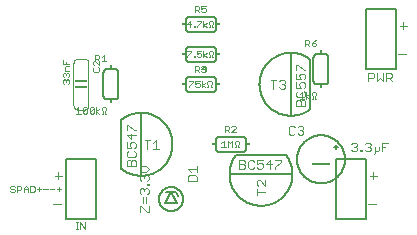
<source format=gto>
G75*
%MOIN*%
%OFA0B0*%
%FSLAX25Y25*%
%IPPOS*%
%LPD*%
%AMOC8*
5,1,8,0,0,1.08239X$1,22.5*
%
%ADD10C,0.00400*%
%ADD11R,0.04000X0.01000*%
%ADD12C,0.00200*%
%ADD13C,0.00600*%
%ADD14R,0.06400X0.01000*%
%ADD15C,0.00300*%
%ADD16C,0.00500*%
%ADD17R,0.01000X0.01500*%
%ADD18R,0.01500X0.01000*%
D10*
X0024544Y0042500D02*
X0026544Y0042500D01*
X0026620Y0042502D01*
X0026696Y0042508D01*
X0026771Y0042517D01*
X0026846Y0042531D01*
X0026920Y0042548D01*
X0026993Y0042569D01*
X0027065Y0042593D01*
X0027136Y0042622D01*
X0027205Y0042653D01*
X0027272Y0042688D01*
X0027337Y0042727D01*
X0027401Y0042769D01*
X0027462Y0042814D01*
X0027521Y0042862D01*
X0027577Y0042913D01*
X0027631Y0042967D01*
X0027682Y0043023D01*
X0027730Y0043082D01*
X0027775Y0043143D01*
X0027817Y0043207D01*
X0027856Y0043272D01*
X0027891Y0043339D01*
X0027922Y0043408D01*
X0027951Y0043479D01*
X0027975Y0043551D01*
X0027996Y0043624D01*
X0028013Y0043698D01*
X0028027Y0043773D01*
X0028036Y0043848D01*
X0028042Y0043924D01*
X0028044Y0044000D01*
X0028044Y0058000D01*
X0028042Y0058076D01*
X0028036Y0058152D01*
X0028027Y0058227D01*
X0028013Y0058302D01*
X0027996Y0058376D01*
X0027975Y0058449D01*
X0027951Y0058521D01*
X0027922Y0058592D01*
X0027891Y0058661D01*
X0027856Y0058728D01*
X0027817Y0058793D01*
X0027775Y0058857D01*
X0027730Y0058918D01*
X0027682Y0058977D01*
X0027631Y0059033D01*
X0027577Y0059087D01*
X0027521Y0059138D01*
X0027462Y0059186D01*
X0027401Y0059231D01*
X0027337Y0059273D01*
X0027272Y0059312D01*
X0027205Y0059347D01*
X0027136Y0059378D01*
X0027065Y0059407D01*
X0026993Y0059431D01*
X0026920Y0059452D01*
X0026846Y0059469D01*
X0026771Y0059483D01*
X0026696Y0059492D01*
X0026620Y0059498D01*
X0026544Y0059500D01*
X0024544Y0059500D01*
X0024468Y0059498D01*
X0024392Y0059492D01*
X0024317Y0059483D01*
X0024242Y0059469D01*
X0024168Y0059452D01*
X0024095Y0059431D01*
X0024023Y0059407D01*
X0023952Y0059378D01*
X0023883Y0059347D01*
X0023816Y0059312D01*
X0023751Y0059273D01*
X0023687Y0059231D01*
X0023626Y0059186D01*
X0023567Y0059138D01*
X0023511Y0059087D01*
X0023457Y0059033D01*
X0023406Y0058977D01*
X0023358Y0058918D01*
X0023313Y0058857D01*
X0023271Y0058793D01*
X0023232Y0058728D01*
X0023197Y0058661D01*
X0023166Y0058592D01*
X0023137Y0058521D01*
X0023113Y0058449D01*
X0023092Y0058376D01*
X0023075Y0058302D01*
X0023061Y0058227D01*
X0023052Y0058152D01*
X0023046Y0058076D01*
X0023044Y0058000D01*
X0023044Y0044000D01*
X0023046Y0043924D01*
X0023052Y0043848D01*
X0023061Y0043773D01*
X0023075Y0043698D01*
X0023092Y0043624D01*
X0023113Y0043551D01*
X0023137Y0043479D01*
X0023166Y0043408D01*
X0023197Y0043339D01*
X0023232Y0043272D01*
X0023271Y0043207D01*
X0023313Y0043143D01*
X0023358Y0043082D01*
X0023406Y0043023D01*
X0023457Y0042967D01*
X0023511Y0042913D01*
X0023567Y0042862D01*
X0023626Y0042814D01*
X0023687Y0042769D01*
X0023751Y0042727D01*
X0023816Y0042688D01*
X0023883Y0042653D01*
X0023952Y0042622D01*
X0024023Y0042593D01*
X0024095Y0042569D01*
X0024168Y0042548D01*
X0024242Y0042531D01*
X0024317Y0042517D01*
X0024392Y0042508D01*
X0024468Y0042502D01*
X0024544Y0042500D01*
D11*
X0025544Y0050000D03*
X0025544Y0052000D03*
D12*
X0021644Y0052201D02*
X0021644Y0051467D01*
X0021277Y0051100D01*
X0020543Y0051834D02*
X0020543Y0052201D01*
X0020910Y0052568D01*
X0021277Y0052568D01*
X0021644Y0052201D01*
X0020543Y0052201D02*
X0020176Y0052568D01*
X0019809Y0052568D01*
X0019442Y0052201D01*
X0019442Y0051467D01*
X0019809Y0051100D01*
X0019809Y0053310D02*
X0019442Y0053677D01*
X0019442Y0054411D01*
X0019809Y0054778D01*
X0020176Y0054778D01*
X0020543Y0054411D01*
X0020910Y0054778D01*
X0021277Y0054778D01*
X0021644Y0054411D01*
X0021644Y0053677D01*
X0021277Y0053310D01*
X0020543Y0054044D02*
X0020543Y0054411D01*
X0020176Y0055520D02*
X0020176Y0056621D01*
X0020543Y0056988D01*
X0021644Y0056988D01*
X0021644Y0057730D02*
X0019442Y0057730D01*
X0019442Y0059198D01*
X0020543Y0058464D02*
X0020543Y0057730D01*
X0020176Y0055520D02*
X0021644Y0055520D01*
X0029442Y0055547D02*
X0029809Y0055180D01*
X0031277Y0055180D01*
X0031644Y0055547D01*
X0031644Y0056281D01*
X0031277Y0056648D01*
X0031644Y0057390D02*
X0030176Y0058858D01*
X0029809Y0058858D01*
X0029442Y0058491D01*
X0029442Y0057757D01*
X0029809Y0057390D01*
X0029809Y0056648D02*
X0029442Y0056281D01*
X0029442Y0055547D01*
X0031644Y0057390D02*
X0031644Y0058858D01*
X0031692Y0058600D02*
X0030959Y0059334D01*
X0031325Y0059334D02*
X0030225Y0059334D01*
X0030225Y0058600D02*
X0030225Y0060802D01*
X0031325Y0060802D01*
X0031692Y0060435D01*
X0031692Y0059701D01*
X0031325Y0059334D01*
X0032434Y0060068D02*
X0033168Y0060802D01*
X0033168Y0058600D01*
X0032434Y0058600D02*
X0033902Y0058600D01*
X0033535Y0043402D02*
X0032801Y0043402D01*
X0032434Y0043035D01*
X0032434Y0042301D01*
X0032801Y0041934D01*
X0032801Y0041200D01*
X0032434Y0041200D01*
X0031694Y0041200D02*
X0030593Y0041934D01*
X0031694Y0042668D01*
X0030593Y0043402D02*
X0030593Y0041200D01*
X0029851Y0041567D02*
X0029484Y0041200D01*
X0028750Y0041200D01*
X0028383Y0041567D01*
X0029851Y0043035D01*
X0029851Y0041567D01*
X0028383Y0041567D02*
X0028383Y0043035D01*
X0028750Y0043402D01*
X0029484Y0043402D01*
X0029851Y0043035D01*
X0027641Y0043035D02*
X0026173Y0041567D01*
X0026540Y0041200D01*
X0027274Y0041200D01*
X0027641Y0041567D01*
X0027641Y0043035D01*
X0027274Y0043402D01*
X0026540Y0043402D01*
X0026173Y0043035D01*
X0026173Y0041567D01*
X0025431Y0041200D02*
X0023963Y0041200D01*
X0024697Y0041200D02*
X0024697Y0043402D01*
X0023963Y0042668D01*
X0033535Y0043402D02*
X0033902Y0043035D01*
X0033902Y0042301D01*
X0033535Y0041934D01*
X0033535Y0041200D01*
X0033902Y0041200D01*
X0061409Y0049900D02*
X0061409Y0050267D01*
X0062877Y0051735D01*
X0062877Y0052102D01*
X0061409Y0052102D01*
X0063619Y0052102D02*
X0063619Y0051001D01*
X0064353Y0051368D01*
X0064720Y0051368D01*
X0065087Y0051001D01*
X0065087Y0050267D01*
X0064720Y0049900D01*
X0063986Y0049900D01*
X0063619Y0050267D01*
X0065828Y0050634D02*
X0066929Y0051368D01*
X0067670Y0051735D02*
X0068037Y0052102D01*
X0068771Y0052102D01*
X0069138Y0051735D01*
X0069138Y0051001D01*
X0068771Y0050634D01*
X0068771Y0049900D01*
X0069138Y0049900D01*
X0068037Y0049900D02*
X0068037Y0050634D01*
X0067670Y0051001D01*
X0067670Y0051735D01*
X0065828Y0052102D02*
X0065828Y0049900D01*
X0065828Y0050634D02*
X0066929Y0049900D01*
X0067670Y0049900D02*
X0068037Y0049900D01*
X0065087Y0052102D02*
X0063619Y0052102D01*
X0063434Y0054900D02*
X0063434Y0057102D01*
X0064535Y0057102D01*
X0064902Y0056735D01*
X0064902Y0056001D01*
X0064535Y0055634D01*
X0063434Y0055634D01*
X0064535Y0055634D01*
X0064902Y0056001D01*
X0064902Y0056735D01*
X0064535Y0057102D01*
X0063434Y0057102D01*
X0063434Y0054900D01*
X0064168Y0055634D02*
X0064902Y0054900D01*
X0064168Y0055634D01*
X0065644Y0056001D02*
X0067112Y0056001D01*
X0066745Y0056001D02*
X0067112Y0055634D01*
X0067112Y0055267D01*
X0066745Y0054900D01*
X0066011Y0054900D01*
X0065644Y0055267D01*
X0065644Y0056001D02*
X0066745Y0057102D01*
X0067112Y0056735D01*
X0067112Y0056368D01*
X0066745Y0056001D01*
X0066378Y0056001D01*
X0065644Y0056735D02*
X0066011Y0057102D01*
X0066745Y0057102D01*
X0066745Y0054900D01*
X0066381Y0059900D02*
X0066381Y0062102D01*
X0065639Y0062102D02*
X0064171Y0062102D01*
X0064171Y0061001D01*
X0064905Y0061368D01*
X0065272Y0061368D01*
X0065639Y0061001D01*
X0065639Y0060267D01*
X0065272Y0059900D01*
X0064538Y0059900D01*
X0064171Y0060267D01*
X0063433Y0060267D02*
X0063433Y0059900D01*
X0063066Y0059900D01*
X0063066Y0060267D01*
X0063433Y0060267D01*
X0062324Y0061735D02*
X0060856Y0060267D01*
X0060856Y0059900D01*
X0060856Y0062102D02*
X0062324Y0062102D01*
X0062324Y0061735D01*
X0066381Y0060634D02*
X0067482Y0061368D01*
X0068223Y0061001D02*
X0068223Y0061735D01*
X0068589Y0062102D01*
X0069323Y0062102D01*
X0069690Y0061735D01*
X0069690Y0061001D01*
X0069323Y0060634D01*
X0069323Y0059900D01*
X0069690Y0059900D01*
X0068589Y0059900D02*
X0068589Y0060634D01*
X0068223Y0061001D01*
X0068223Y0059900D02*
X0068589Y0059900D01*
X0067482Y0059900D02*
X0066381Y0060634D01*
X0066381Y0069900D02*
X0066381Y0072102D01*
X0065639Y0072102D02*
X0065639Y0071735D01*
X0064171Y0070267D01*
X0064171Y0069900D01*
X0063433Y0069900D02*
X0063066Y0069900D01*
X0063066Y0070267D01*
X0063433Y0070267D01*
X0063433Y0069900D01*
X0061957Y0069900D02*
X0061957Y0072102D01*
X0060856Y0071001D01*
X0062324Y0071001D01*
X0064171Y0072102D02*
X0065639Y0072102D01*
X0066381Y0070634D02*
X0067482Y0071368D01*
X0068223Y0071735D02*
X0068589Y0072102D01*
X0069323Y0072102D01*
X0069690Y0071735D01*
X0069690Y0071001D01*
X0069323Y0070634D01*
X0069323Y0069900D01*
X0069690Y0069900D01*
X0068589Y0069900D02*
X0068589Y0070634D01*
X0068223Y0071001D01*
X0068223Y0071735D01*
X0067482Y0069900D02*
X0066381Y0070634D01*
X0068223Y0069900D02*
X0068589Y0069900D01*
X0066745Y0074900D02*
X0066011Y0074900D01*
X0065644Y0075267D01*
X0065644Y0076001D02*
X0066378Y0076368D01*
X0066745Y0076368D01*
X0067112Y0076001D01*
X0067112Y0075267D01*
X0066745Y0074900D01*
X0065644Y0076001D02*
X0065644Y0077102D01*
X0067112Y0077102D01*
X0064902Y0076735D02*
X0064902Y0076001D01*
X0064535Y0075634D01*
X0063434Y0075634D01*
X0063434Y0074900D02*
X0063434Y0077102D01*
X0064535Y0077102D01*
X0064902Y0076735D01*
X0064168Y0075634D02*
X0064902Y0074900D01*
X0100225Y0065802D02*
X0100225Y0063600D01*
X0100225Y0064334D02*
X0101325Y0064334D01*
X0101692Y0064701D01*
X0101692Y0065435D01*
X0101325Y0065802D01*
X0100225Y0065802D01*
X0100959Y0064334D02*
X0101692Y0063600D01*
X0102434Y0063967D02*
X0102801Y0063600D01*
X0103535Y0063600D01*
X0103902Y0063967D01*
X0103902Y0064334D01*
X0103535Y0064701D01*
X0102434Y0064701D01*
X0102434Y0063967D01*
X0102434Y0064701D02*
X0103168Y0065435D01*
X0103902Y0065802D01*
X0103535Y0048402D02*
X0102801Y0048402D01*
X0102434Y0048035D01*
X0102434Y0047301D01*
X0102801Y0046934D01*
X0102801Y0046200D01*
X0102434Y0046200D01*
X0101694Y0046200D02*
X0100593Y0046934D01*
X0101694Y0047668D01*
X0100593Y0048402D02*
X0100593Y0046200D01*
X0099851Y0046200D02*
X0098383Y0046200D01*
X0099117Y0046200D02*
X0099117Y0048402D01*
X0098383Y0047668D01*
X0103535Y0048402D02*
X0103902Y0048035D01*
X0103902Y0047301D01*
X0103535Y0046934D01*
X0103535Y0046200D01*
X0103902Y0046200D01*
X0077112Y0036735D02*
X0076745Y0037102D01*
X0076011Y0037102D01*
X0075644Y0036735D01*
X0074902Y0036735D02*
X0074902Y0036001D01*
X0074535Y0035634D01*
X0073434Y0035634D01*
X0073434Y0034900D02*
X0073434Y0037102D01*
X0074535Y0037102D01*
X0074902Y0036735D01*
X0074168Y0035634D02*
X0074902Y0034900D01*
X0075644Y0034900D02*
X0077112Y0036368D01*
X0077112Y0036735D01*
X0077112Y0034900D02*
X0075644Y0034900D01*
X0076007Y0032102D02*
X0076007Y0029900D01*
X0076749Y0029900D02*
X0077116Y0029900D01*
X0077116Y0030634D01*
X0076749Y0031001D01*
X0076749Y0031735D01*
X0077116Y0032102D01*
X0077850Y0032102D01*
X0078217Y0031735D01*
X0078217Y0031001D01*
X0077850Y0030634D01*
X0077850Y0029900D01*
X0078217Y0029900D01*
X0076007Y0032102D02*
X0075273Y0031368D01*
X0074539Y0032102D01*
X0074539Y0029900D01*
X0073797Y0029900D02*
X0072330Y0029900D01*
X0073063Y0029900D02*
X0073063Y0032102D01*
X0072330Y0031368D01*
X0026744Y0004902D02*
X0026744Y0002700D01*
X0025276Y0004902D01*
X0025276Y0002700D01*
X0024537Y0002700D02*
X0023803Y0002700D01*
X0024170Y0002700D02*
X0024170Y0004902D01*
X0023803Y0004902D02*
X0024537Y0004902D01*
X0018168Y0015267D02*
X0018168Y0016735D01*
X0017434Y0016001D02*
X0018902Y0016001D01*
X0016692Y0016001D02*
X0015224Y0016001D01*
X0014483Y0016001D02*
X0013015Y0016001D01*
X0012273Y0016001D02*
X0010805Y0016001D01*
X0011539Y0016735D02*
X0011539Y0015267D01*
X0010063Y0015267D02*
X0010063Y0016735D01*
X0009696Y0017102D01*
X0008595Y0017102D01*
X0008595Y0014900D01*
X0009696Y0014900D01*
X0010063Y0015267D01*
X0007853Y0014900D02*
X0007853Y0016368D01*
X0007119Y0017102D01*
X0006385Y0016368D01*
X0006385Y0014900D01*
X0006385Y0016001D02*
X0007853Y0016001D01*
X0005643Y0016001D02*
X0005643Y0016735D01*
X0005276Y0017102D01*
X0004175Y0017102D01*
X0004175Y0014900D01*
X0004175Y0015634D02*
X0005276Y0015634D01*
X0005643Y0016001D01*
X0003433Y0015634D02*
X0003433Y0015267D01*
X0003066Y0014900D01*
X0002332Y0014900D01*
X0001965Y0015267D01*
X0002332Y0016001D02*
X0003066Y0016001D01*
X0003433Y0015634D01*
X0003433Y0016735D02*
X0003066Y0017102D01*
X0002332Y0017102D01*
X0001965Y0016735D01*
X0001965Y0016368D01*
X0002332Y0016001D01*
D13*
X0034044Y0046000D02*
X0037044Y0046000D01*
X0037104Y0046002D01*
X0037165Y0046007D01*
X0037224Y0046016D01*
X0037283Y0046029D01*
X0037342Y0046045D01*
X0037399Y0046065D01*
X0037454Y0046088D01*
X0037509Y0046115D01*
X0037561Y0046144D01*
X0037612Y0046177D01*
X0037661Y0046213D01*
X0037707Y0046251D01*
X0037751Y0046293D01*
X0037793Y0046337D01*
X0037831Y0046383D01*
X0037867Y0046432D01*
X0037900Y0046483D01*
X0037929Y0046535D01*
X0037956Y0046590D01*
X0037979Y0046645D01*
X0037999Y0046702D01*
X0038015Y0046761D01*
X0038028Y0046820D01*
X0038037Y0046879D01*
X0038042Y0046940D01*
X0038044Y0047000D01*
X0038044Y0055000D01*
X0038042Y0055060D01*
X0038037Y0055121D01*
X0038028Y0055180D01*
X0038015Y0055239D01*
X0037999Y0055298D01*
X0037979Y0055355D01*
X0037956Y0055410D01*
X0037929Y0055465D01*
X0037900Y0055517D01*
X0037867Y0055568D01*
X0037831Y0055617D01*
X0037793Y0055663D01*
X0037751Y0055707D01*
X0037707Y0055749D01*
X0037661Y0055787D01*
X0037612Y0055823D01*
X0037561Y0055856D01*
X0037509Y0055885D01*
X0037454Y0055912D01*
X0037399Y0055935D01*
X0037342Y0055955D01*
X0037283Y0055971D01*
X0037224Y0055984D01*
X0037165Y0055993D01*
X0037104Y0055998D01*
X0037044Y0056000D01*
X0034044Y0056000D01*
X0033984Y0055998D01*
X0033923Y0055993D01*
X0033864Y0055984D01*
X0033805Y0055971D01*
X0033746Y0055955D01*
X0033689Y0055935D01*
X0033634Y0055912D01*
X0033579Y0055885D01*
X0033527Y0055856D01*
X0033476Y0055823D01*
X0033427Y0055787D01*
X0033381Y0055749D01*
X0033337Y0055707D01*
X0033295Y0055663D01*
X0033257Y0055617D01*
X0033221Y0055568D01*
X0033188Y0055517D01*
X0033159Y0055465D01*
X0033132Y0055410D01*
X0033109Y0055355D01*
X0033089Y0055298D01*
X0033073Y0055239D01*
X0033060Y0055180D01*
X0033051Y0055121D01*
X0033046Y0055060D01*
X0033044Y0055000D01*
X0033044Y0047000D01*
X0033046Y0046940D01*
X0033051Y0046879D01*
X0033060Y0046820D01*
X0033073Y0046761D01*
X0033089Y0046702D01*
X0033109Y0046645D01*
X0033132Y0046590D01*
X0033159Y0046535D01*
X0033188Y0046483D01*
X0033221Y0046432D01*
X0033257Y0046383D01*
X0033295Y0046337D01*
X0033337Y0046293D01*
X0033381Y0046251D01*
X0033427Y0046213D01*
X0033476Y0046177D01*
X0033527Y0046144D01*
X0033579Y0046115D01*
X0033634Y0046088D01*
X0033689Y0046065D01*
X0033746Y0046045D01*
X0033805Y0046029D01*
X0033864Y0046016D01*
X0033923Y0046007D01*
X0033984Y0046002D01*
X0034044Y0046000D01*
X0033984Y0046002D01*
X0033923Y0046007D01*
X0033864Y0046016D01*
X0033805Y0046029D01*
X0033746Y0046045D01*
X0033689Y0046065D01*
X0033634Y0046088D01*
X0033579Y0046115D01*
X0033527Y0046144D01*
X0033476Y0046177D01*
X0033427Y0046213D01*
X0033381Y0046251D01*
X0033337Y0046293D01*
X0033295Y0046337D01*
X0033257Y0046383D01*
X0033221Y0046432D01*
X0033188Y0046483D01*
X0033159Y0046535D01*
X0033132Y0046590D01*
X0033109Y0046645D01*
X0033089Y0046702D01*
X0033073Y0046761D01*
X0033060Y0046820D01*
X0033051Y0046879D01*
X0033046Y0046940D01*
X0033044Y0047000D01*
X0037044Y0046000D02*
X0037104Y0046002D01*
X0037165Y0046007D01*
X0037224Y0046016D01*
X0037283Y0046029D01*
X0037342Y0046045D01*
X0037399Y0046065D01*
X0037454Y0046088D01*
X0037509Y0046115D01*
X0037561Y0046144D01*
X0037612Y0046177D01*
X0037661Y0046213D01*
X0037707Y0046251D01*
X0037751Y0046293D01*
X0037793Y0046337D01*
X0037831Y0046383D01*
X0037867Y0046432D01*
X0037900Y0046483D01*
X0037929Y0046535D01*
X0037956Y0046590D01*
X0037979Y0046645D01*
X0037999Y0046702D01*
X0038015Y0046761D01*
X0038028Y0046820D01*
X0038037Y0046879D01*
X0038042Y0046940D01*
X0038044Y0047000D01*
X0038044Y0055000D02*
X0038042Y0055060D01*
X0038037Y0055121D01*
X0038028Y0055180D01*
X0038015Y0055239D01*
X0037999Y0055298D01*
X0037979Y0055355D01*
X0037956Y0055410D01*
X0037929Y0055465D01*
X0037900Y0055517D01*
X0037867Y0055568D01*
X0037831Y0055617D01*
X0037793Y0055663D01*
X0037751Y0055707D01*
X0037707Y0055749D01*
X0037661Y0055787D01*
X0037612Y0055823D01*
X0037561Y0055856D01*
X0037509Y0055885D01*
X0037454Y0055912D01*
X0037399Y0055935D01*
X0037342Y0055955D01*
X0037283Y0055971D01*
X0037224Y0055984D01*
X0037165Y0055993D01*
X0037104Y0055998D01*
X0037044Y0056000D01*
X0034044Y0056000D02*
X0033984Y0055998D01*
X0033923Y0055993D01*
X0033864Y0055984D01*
X0033805Y0055971D01*
X0033746Y0055955D01*
X0033689Y0055935D01*
X0033634Y0055912D01*
X0033579Y0055885D01*
X0033527Y0055856D01*
X0033476Y0055823D01*
X0033427Y0055787D01*
X0033381Y0055749D01*
X0033337Y0055707D01*
X0033295Y0055663D01*
X0033257Y0055617D01*
X0033221Y0055568D01*
X0033188Y0055517D01*
X0033159Y0055465D01*
X0033132Y0055410D01*
X0033109Y0055355D01*
X0033089Y0055298D01*
X0033073Y0055239D01*
X0033060Y0055180D01*
X0033051Y0055121D01*
X0033046Y0055060D01*
X0033044Y0055000D01*
X0060544Y0052500D02*
X0060544Y0049500D01*
X0060546Y0049440D01*
X0060551Y0049379D01*
X0060560Y0049320D01*
X0060573Y0049261D01*
X0060589Y0049202D01*
X0060609Y0049145D01*
X0060632Y0049090D01*
X0060659Y0049035D01*
X0060688Y0048983D01*
X0060721Y0048932D01*
X0060757Y0048883D01*
X0060795Y0048837D01*
X0060837Y0048793D01*
X0060881Y0048751D01*
X0060927Y0048713D01*
X0060976Y0048677D01*
X0061027Y0048644D01*
X0061079Y0048615D01*
X0061134Y0048588D01*
X0061189Y0048565D01*
X0061246Y0048545D01*
X0061305Y0048529D01*
X0061364Y0048516D01*
X0061423Y0048507D01*
X0061484Y0048502D01*
X0061544Y0048500D01*
X0069544Y0048500D01*
X0069604Y0048502D01*
X0069665Y0048507D01*
X0069724Y0048516D01*
X0069783Y0048529D01*
X0069842Y0048545D01*
X0069899Y0048565D01*
X0069954Y0048588D01*
X0070009Y0048615D01*
X0070061Y0048644D01*
X0070112Y0048677D01*
X0070161Y0048713D01*
X0070207Y0048751D01*
X0070251Y0048793D01*
X0070293Y0048837D01*
X0070331Y0048883D01*
X0070367Y0048932D01*
X0070400Y0048983D01*
X0070429Y0049035D01*
X0070456Y0049090D01*
X0070479Y0049145D01*
X0070499Y0049202D01*
X0070515Y0049261D01*
X0070528Y0049320D01*
X0070537Y0049379D01*
X0070542Y0049440D01*
X0070544Y0049500D01*
X0070544Y0052500D01*
X0070542Y0052560D01*
X0070537Y0052621D01*
X0070528Y0052680D01*
X0070515Y0052739D01*
X0070499Y0052798D01*
X0070479Y0052855D01*
X0070456Y0052910D01*
X0070429Y0052965D01*
X0070400Y0053017D01*
X0070367Y0053068D01*
X0070331Y0053117D01*
X0070293Y0053163D01*
X0070251Y0053207D01*
X0070207Y0053249D01*
X0070161Y0053287D01*
X0070112Y0053323D01*
X0070061Y0053356D01*
X0070009Y0053385D01*
X0069954Y0053412D01*
X0069899Y0053435D01*
X0069842Y0053455D01*
X0069783Y0053471D01*
X0069724Y0053484D01*
X0069665Y0053493D01*
X0069604Y0053498D01*
X0069544Y0053500D01*
X0061544Y0053500D01*
X0061484Y0053498D01*
X0061423Y0053493D01*
X0061364Y0053484D01*
X0061305Y0053471D01*
X0061246Y0053455D01*
X0061189Y0053435D01*
X0061134Y0053412D01*
X0061079Y0053385D01*
X0061027Y0053356D01*
X0060976Y0053323D01*
X0060927Y0053287D01*
X0060881Y0053249D01*
X0060837Y0053207D01*
X0060795Y0053163D01*
X0060757Y0053117D01*
X0060721Y0053068D01*
X0060688Y0053017D01*
X0060659Y0052965D01*
X0060632Y0052910D01*
X0060609Y0052855D01*
X0060589Y0052798D01*
X0060573Y0052739D01*
X0060560Y0052680D01*
X0060551Y0052621D01*
X0060546Y0052560D01*
X0060544Y0052500D01*
X0060546Y0052560D01*
X0060551Y0052621D01*
X0060560Y0052680D01*
X0060573Y0052739D01*
X0060589Y0052798D01*
X0060609Y0052855D01*
X0060632Y0052910D01*
X0060659Y0052965D01*
X0060688Y0053017D01*
X0060721Y0053068D01*
X0060757Y0053117D01*
X0060795Y0053163D01*
X0060837Y0053207D01*
X0060881Y0053249D01*
X0060927Y0053287D01*
X0060976Y0053323D01*
X0061027Y0053356D01*
X0061079Y0053385D01*
X0061134Y0053412D01*
X0061189Y0053435D01*
X0061246Y0053455D01*
X0061305Y0053471D01*
X0061364Y0053484D01*
X0061423Y0053493D01*
X0061484Y0053498D01*
X0061544Y0053500D01*
X0060544Y0049500D02*
X0060546Y0049440D01*
X0060551Y0049379D01*
X0060560Y0049320D01*
X0060573Y0049261D01*
X0060589Y0049202D01*
X0060609Y0049145D01*
X0060632Y0049090D01*
X0060659Y0049035D01*
X0060688Y0048983D01*
X0060721Y0048932D01*
X0060757Y0048883D01*
X0060795Y0048837D01*
X0060837Y0048793D01*
X0060881Y0048751D01*
X0060927Y0048713D01*
X0060976Y0048677D01*
X0061027Y0048644D01*
X0061079Y0048615D01*
X0061134Y0048588D01*
X0061189Y0048565D01*
X0061246Y0048545D01*
X0061305Y0048529D01*
X0061364Y0048516D01*
X0061423Y0048507D01*
X0061484Y0048502D01*
X0061544Y0048500D01*
X0069544Y0048500D02*
X0069604Y0048502D01*
X0069665Y0048507D01*
X0069724Y0048516D01*
X0069783Y0048529D01*
X0069842Y0048545D01*
X0069899Y0048565D01*
X0069954Y0048588D01*
X0070009Y0048615D01*
X0070061Y0048644D01*
X0070112Y0048677D01*
X0070161Y0048713D01*
X0070207Y0048751D01*
X0070251Y0048793D01*
X0070293Y0048837D01*
X0070331Y0048883D01*
X0070367Y0048932D01*
X0070400Y0048983D01*
X0070429Y0049035D01*
X0070456Y0049090D01*
X0070479Y0049145D01*
X0070499Y0049202D01*
X0070515Y0049261D01*
X0070528Y0049320D01*
X0070537Y0049379D01*
X0070542Y0049440D01*
X0070544Y0049500D01*
X0070544Y0052500D02*
X0070542Y0052560D01*
X0070537Y0052621D01*
X0070528Y0052680D01*
X0070515Y0052739D01*
X0070499Y0052798D01*
X0070479Y0052855D01*
X0070456Y0052910D01*
X0070429Y0052965D01*
X0070400Y0053017D01*
X0070367Y0053068D01*
X0070331Y0053117D01*
X0070293Y0053163D01*
X0070251Y0053207D01*
X0070207Y0053249D01*
X0070161Y0053287D01*
X0070112Y0053323D01*
X0070061Y0053356D01*
X0070009Y0053385D01*
X0069954Y0053412D01*
X0069899Y0053435D01*
X0069842Y0053455D01*
X0069783Y0053471D01*
X0069724Y0053484D01*
X0069665Y0053493D01*
X0069604Y0053498D01*
X0069544Y0053500D01*
X0069544Y0058500D02*
X0061544Y0058500D01*
X0061484Y0058502D01*
X0061423Y0058507D01*
X0061364Y0058516D01*
X0061305Y0058529D01*
X0061246Y0058545D01*
X0061189Y0058565D01*
X0061134Y0058588D01*
X0061079Y0058615D01*
X0061027Y0058644D01*
X0060976Y0058677D01*
X0060927Y0058713D01*
X0060881Y0058751D01*
X0060837Y0058793D01*
X0060795Y0058837D01*
X0060757Y0058883D01*
X0060721Y0058932D01*
X0060688Y0058983D01*
X0060659Y0059035D01*
X0060632Y0059090D01*
X0060609Y0059145D01*
X0060589Y0059202D01*
X0060573Y0059261D01*
X0060560Y0059320D01*
X0060551Y0059379D01*
X0060546Y0059440D01*
X0060544Y0059500D01*
X0060544Y0062500D01*
X0060546Y0062560D01*
X0060551Y0062621D01*
X0060560Y0062680D01*
X0060573Y0062739D01*
X0060589Y0062798D01*
X0060609Y0062855D01*
X0060632Y0062910D01*
X0060659Y0062965D01*
X0060688Y0063017D01*
X0060721Y0063068D01*
X0060757Y0063117D01*
X0060795Y0063163D01*
X0060837Y0063207D01*
X0060881Y0063249D01*
X0060927Y0063287D01*
X0060976Y0063323D01*
X0061027Y0063356D01*
X0061079Y0063385D01*
X0061134Y0063412D01*
X0061189Y0063435D01*
X0061246Y0063455D01*
X0061305Y0063471D01*
X0061364Y0063484D01*
X0061423Y0063493D01*
X0061484Y0063498D01*
X0061544Y0063500D01*
X0069544Y0063500D01*
X0069604Y0063498D01*
X0069665Y0063493D01*
X0069724Y0063484D01*
X0069783Y0063471D01*
X0069842Y0063455D01*
X0069899Y0063435D01*
X0069954Y0063412D01*
X0070009Y0063385D01*
X0070061Y0063356D01*
X0070112Y0063323D01*
X0070161Y0063287D01*
X0070207Y0063249D01*
X0070251Y0063207D01*
X0070293Y0063163D01*
X0070331Y0063117D01*
X0070367Y0063068D01*
X0070400Y0063017D01*
X0070429Y0062965D01*
X0070456Y0062910D01*
X0070479Y0062855D01*
X0070499Y0062798D01*
X0070515Y0062739D01*
X0070528Y0062680D01*
X0070537Y0062621D01*
X0070542Y0062560D01*
X0070544Y0062500D01*
X0070544Y0059500D01*
X0070542Y0059440D01*
X0070537Y0059379D01*
X0070528Y0059320D01*
X0070515Y0059261D01*
X0070499Y0059202D01*
X0070479Y0059145D01*
X0070456Y0059090D01*
X0070429Y0059035D01*
X0070400Y0058983D01*
X0070367Y0058932D01*
X0070331Y0058883D01*
X0070293Y0058837D01*
X0070251Y0058793D01*
X0070207Y0058751D01*
X0070161Y0058713D01*
X0070112Y0058677D01*
X0070061Y0058644D01*
X0070009Y0058615D01*
X0069954Y0058588D01*
X0069899Y0058565D01*
X0069842Y0058545D01*
X0069783Y0058529D01*
X0069724Y0058516D01*
X0069665Y0058507D01*
X0069604Y0058502D01*
X0069544Y0058500D01*
X0069604Y0058502D01*
X0069665Y0058507D01*
X0069724Y0058516D01*
X0069783Y0058529D01*
X0069842Y0058545D01*
X0069899Y0058565D01*
X0069954Y0058588D01*
X0070009Y0058615D01*
X0070061Y0058644D01*
X0070112Y0058677D01*
X0070161Y0058713D01*
X0070207Y0058751D01*
X0070251Y0058793D01*
X0070293Y0058837D01*
X0070331Y0058883D01*
X0070367Y0058932D01*
X0070400Y0058983D01*
X0070429Y0059035D01*
X0070456Y0059090D01*
X0070479Y0059145D01*
X0070499Y0059202D01*
X0070515Y0059261D01*
X0070528Y0059320D01*
X0070537Y0059379D01*
X0070542Y0059440D01*
X0070544Y0059500D01*
X0070544Y0062500D02*
X0070542Y0062560D01*
X0070537Y0062621D01*
X0070528Y0062680D01*
X0070515Y0062739D01*
X0070499Y0062798D01*
X0070479Y0062855D01*
X0070456Y0062910D01*
X0070429Y0062965D01*
X0070400Y0063017D01*
X0070367Y0063068D01*
X0070331Y0063117D01*
X0070293Y0063163D01*
X0070251Y0063207D01*
X0070207Y0063249D01*
X0070161Y0063287D01*
X0070112Y0063323D01*
X0070061Y0063356D01*
X0070009Y0063385D01*
X0069954Y0063412D01*
X0069899Y0063435D01*
X0069842Y0063455D01*
X0069783Y0063471D01*
X0069724Y0063484D01*
X0069665Y0063493D01*
X0069604Y0063498D01*
X0069544Y0063500D01*
X0069544Y0068500D02*
X0061544Y0068500D01*
X0061484Y0068502D01*
X0061423Y0068507D01*
X0061364Y0068516D01*
X0061305Y0068529D01*
X0061246Y0068545D01*
X0061189Y0068565D01*
X0061134Y0068588D01*
X0061079Y0068615D01*
X0061027Y0068644D01*
X0060976Y0068677D01*
X0060927Y0068713D01*
X0060881Y0068751D01*
X0060837Y0068793D01*
X0060795Y0068837D01*
X0060757Y0068883D01*
X0060721Y0068932D01*
X0060688Y0068983D01*
X0060659Y0069035D01*
X0060632Y0069090D01*
X0060609Y0069145D01*
X0060589Y0069202D01*
X0060573Y0069261D01*
X0060560Y0069320D01*
X0060551Y0069379D01*
X0060546Y0069440D01*
X0060544Y0069500D01*
X0060544Y0072500D01*
X0060546Y0072560D01*
X0060551Y0072621D01*
X0060560Y0072680D01*
X0060573Y0072739D01*
X0060589Y0072798D01*
X0060609Y0072855D01*
X0060632Y0072910D01*
X0060659Y0072965D01*
X0060688Y0073017D01*
X0060721Y0073068D01*
X0060757Y0073117D01*
X0060795Y0073163D01*
X0060837Y0073207D01*
X0060881Y0073249D01*
X0060927Y0073287D01*
X0060976Y0073323D01*
X0061027Y0073356D01*
X0061079Y0073385D01*
X0061134Y0073412D01*
X0061189Y0073435D01*
X0061246Y0073455D01*
X0061305Y0073471D01*
X0061364Y0073484D01*
X0061423Y0073493D01*
X0061484Y0073498D01*
X0061544Y0073500D01*
X0069544Y0073500D01*
X0069604Y0073498D01*
X0069665Y0073493D01*
X0069724Y0073484D01*
X0069783Y0073471D01*
X0069842Y0073455D01*
X0069899Y0073435D01*
X0069954Y0073412D01*
X0070009Y0073385D01*
X0070061Y0073356D01*
X0070112Y0073323D01*
X0070161Y0073287D01*
X0070207Y0073249D01*
X0070251Y0073207D01*
X0070293Y0073163D01*
X0070331Y0073117D01*
X0070367Y0073068D01*
X0070400Y0073017D01*
X0070429Y0072965D01*
X0070456Y0072910D01*
X0070479Y0072855D01*
X0070499Y0072798D01*
X0070515Y0072739D01*
X0070528Y0072680D01*
X0070537Y0072621D01*
X0070542Y0072560D01*
X0070544Y0072500D01*
X0070544Y0069500D01*
X0070542Y0069440D01*
X0070537Y0069379D01*
X0070528Y0069320D01*
X0070515Y0069261D01*
X0070499Y0069202D01*
X0070479Y0069145D01*
X0070456Y0069090D01*
X0070429Y0069035D01*
X0070400Y0068983D01*
X0070367Y0068932D01*
X0070331Y0068883D01*
X0070293Y0068837D01*
X0070251Y0068793D01*
X0070207Y0068751D01*
X0070161Y0068713D01*
X0070112Y0068677D01*
X0070061Y0068644D01*
X0070009Y0068615D01*
X0069954Y0068588D01*
X0069899Y0068565D01*
X0069842Y0068545D01*
X0069783Y0068529D01*
X0069724Y0068516D01*
X0069665Y0068507D01*
X0069604Y0068502D01*
X0069544Y0068500D01*
X0069604Y0068502D01*
X0069665Y0068507D01*
X0069724Y0068516D01*
X0069783Y0068529D01*
X0069842Y0068545D01*
X0069899Y0068565D01*
X0069954Y0068588D01*
X0070009Y0068615D01*
X0070061Y0068644D01*
X0070112Y0068677D01*
X0070161Y0068713D01*
X0070207Y0068751D01*
X0070251Y0068793D01*
X0070293Y0068837D01*
X0070331Y0068883D01*
X0070367Y0068932D01*
X0070400Y0068983D01*
X0070429Y0069035D01*
X0070456Y0069090D01*
X0070479Y0069145D01*
X0070499Y0069202D01*
X0070515Y0069261D01*
X0070528Y0069320D01*
X0070537Y0069379D01*
X0070542Y0069440D01*
X0070544Y0069500D01*
X0070544Y0072500D02*
X0070542Y0072560D01*
X0070537Y0072621D01*
X0070528Y0072680D01*
X0070515Y0072739D01*
X0070499Y0072798D01*
X0070479Y0072855D01*
X0070456Y0072910D01*
X0070429Y0072965D01*
X0070400Y0073017D01*
X0070367Y0073068D01*
X0070331Y0073117D01*
X0070293Y0073163D01*
X0070251Y0073207D01*
X0070207Y0073249D01*
X0070161Y0073287D01*
X0070112Y0073323D01*
X0070061Y0073356D01*
X0070009Y0073385D01*
X0069954Y0073412D01*
X0069899Y0073435D01*
X0069842Y0073455D01*
X0069783Y0073471D01*
X0069724Y0073484D01*
X0069665Y0073493D01*
X0069604Y0073498D01*
X0069544Y0073500D01*
X0061544Y0073500D02*
X0061484Y0073498D01*
X0061423Y0073493D01*
X0061364Y0073484D01*
X0061305Y0073471D01*
X0061246Y0073455D01*
X0061189Y0073435D01*
X0061134Y0073412D01*
X0061079Y0073385D01*
X0061027Y0073356D01*
X0060976Y0073323D01*
X0060927Y0073287D01*
X0060881Y0073249D01*
X0060837Y0073207D01*
X0060795Y0073163D01*
X0060757Y0073117D01*
X0060721Y0073068D01*
X0060688Y0073017D01*
X0060659Y0072965D01*
X0060632Y0072910D01*
X0060609Y0072855D01*
X0060589Y0072798D01*
X0060573Y0072739D01*
X0060560Y0072680D01*
X0060551Y0072621D01*
X0060546Y0072560D01*
X0060544Y0072500D01*
X0060544Y0069500D02*
X0060546Y0069440D01*
X0060551Y0069379D01*
X0060560Y0069320D01*
X0060573Y0069261D01*
X0060589Y0069202D01*
X0060609Y0069145D01*
X0060632Y0069090D01*
X0060659Y0069035D01*
X0060688Y0068983D01*
X0060721Y0068932D01*
X0060757Y0068883D01*
X0060795Y0068837D01*
X0060837Y0068793D01*
X0060881Y0068751D01*
X0060927Y0068713D01*
X0060976Y0068677D01*
X0061027Y0068644D01*
X0061079Y0068615D01*
X0061134Y0068588D01*
X0061189Y0068565D01*
X0061246Y0068545D01*
X0061305Y0068529D01*
X0061364Y0068516D01*
X0061423Y0068507D01*
X0061484Y0068502D01*
X0061544Y0068500D01*
X0061544Y0063500D02*
X0061484Y0063498D01*
X0061423Y0063493D01*
X0061364Y0063484D01*
X0061305Y0063471D01*
X0061246Y0063455D01*
X0061189Y0063435D01*
X0061134Y0063412D01*
X0061079Y0063385D01*
X0061027Y0063356D01*
X0060976Y0063323D01*
X0060927Y0063287D01*
X0060881Y0063249D01*
X0060837Y0063207D01*
X0060795Y0063163D01*
X0060757Y0063117D01*
X0060721Y0063068D01*
X0060688Y0063017D01*
X0060659Y0062965D01*
X0060632Y0062910D01*
X0060609Y0062855D01*
X0060589Y0062798D01*
X0060573Y0062739D01*
X0060560Y0062680D01*
X0060551Y0062621D01*
X0060546Y0062560D01*
X0060544Y0062500D01*
X0060544Y0059500D02*
X0060546Y0059440D01*
X0060551Y0059379D01*
X0060560Y0059320D01*
X0060573Y0059261D01*
X0060589Y0059202D01*
X0060609Y0059145D01*
X0060632Y0059090D01*
X0060659Y0059035D01*
X0060688Y0058983D01*
X0060721Y0058932D01*
X0060757Y0058883D01*
X0060795Y0058837D01*
X0060837Y0058793D01*
X0060881Y0058751D01*
X0060927Y0058713D01*
X0060976Y0058677D01*
X0061027Y0058644D01*
X0061079Y0058615D01*
X0061134Y0058588D01*
X0061189Y0058565D01*
X0061246Y0058545D01*
X0061305Y0058529D01*
X0061364Y0058516D01*
X0061423Y0058507D01*
X0061484Y0058502D01*
X0061544Y0058500D01*
X0071544Y0033500D02*
X0079544Y0033500D01*
X0079604Y0033498D01*
X0079665Y0033493D01*
X0079724Y0033484D01*
X0079783Y0033471D01*
X0079842Y0033455D01*
X0079899Y0033435D01*
X0079954Y0033412D01*
X0080009Y0033385D01*
X0080061Y0033356D01*
X0080112Y0033323D01*
X0080161Y0033287D01*
X0080207Y0033249D01*
X0080251Y0033207D01*
X0080293Y0033163D01*
X0080331Y0033117D01*
X0080367Y0033068D01*
X0080400Y0033017D01*
X0080429Y0032965D01*
X0080456Y0032910D01*
X0080479Y0032855D01*
X0080499Y0032798D01*
X0080515Y0032739D01*
X0080528Y0032680D01*
X0080537Y0032621D01*
X0080542Y0032560D01*
X0080544Y0032500D01*
X0080544Y0029500D01*
X0080542Y0029440D01*
X0080537Y0029379D01*
X0080528Y0029320D01*
X0080515Y0029261D01*
X0080499Y0029202D01*
X0080479Y0029145D01*
X0080456Y0029090D01*
X0080429Y0029035D01*
X0080400Y0028983D01*
X0080367Y0028932D01*
X0080331Y0028883D01*
X0080293Y0028837D01*
X0080251Y0028793D01*
X0080207Y0028751D01*
X0080161Y0028713D01*
X0080112Y0028677D01*
X0080061Y0028644D01*
X0080009Y0028615D01*
X0079954Y0028588D01*
X0079899Y0028565D01*
X0079842Y0028545D01*
X0079783Y0028529D01*
X0079724Y0028516D01*
X0079665Y0028507D01*
X0079604Y0028502D01*
X0079544Y0028500D01*
X0071544Y0028500D01*
X0071484Y0028502D01*
X0071423Y0028507D01*
X0071364Y0028516D01*
X0071305Y0028529D01*
X0071246Y0028545D01*
X0071189Y0028565D01*
X0071134Y0028588D01*
X0071079Y0028615D01*
X0071027Y0028644D01*
X0070976Y0028677D01*
X0070927Y0028713D01*
X0070881Y0028751D01*
X0070837Y0028793D01*
X0070795Y0028837D01*
X0070757Y0028883D01*
X0070721Y0028932D01*
X0070688Y0028983D01*
X0070659Y0029035D01*
X0070632Y0029090D01*
X0070609Y0029145D01*
X0070589Y0029202D01*
X0070573Y0029261D01*
X0070560Y0029320D01*
X0070551Y0029379D01*
X0070546Y0029440D01*
X0070544Y0029500D01*
X0070544Y0032500D01*
X0070546Y0032560D01*
X0070551Y0032621D01*
X0070560Y0032680D01*
X0070573Y0032739D01*
X0070589Y0032798D01*
X0070609Y0032855D01*
X0070632Y0032910D01*
X0070659Y0032965D01*
X0070688Y0033017D01*
X0070721Y0033068D01*
X0070757Y0033117D01*
X0070795Y0033163D01*
X0070837Y0033207D01*
X0070881Y0033249D01*
X0070927Y0033287D01*
X0070976Y0033323D01*
X0071027Y0033356D01*
X0071079Y0033385D01*
X0071134Y0033412D01*
X0071189Y0033435D01*
X0071246Y0033455D01*
X0071305Y0033471D01*
X0071364Y0033484D01*
X0071423Y0033493D01*
X0071484Y0033498D01*
X0071544Y0033500D01*
X0071484Y0033498D01*
X0071423Y0033493D01*
X0071364Y0033484D01*
X0071305Y0033471D01*
X0071246Y0033455D01*
X0071189Y0033435D01*
X0071134Y0033412D01*
X0071079Y0033385D01*
X0071027Y0033356D01*
X0070976Y0033323D01*
X0070927Y0033287D01*
X0070881Y0033249D01*
X0070837Y0033207D01*
X0070795Y0033163D01*
X0070757Y0033117D01*
X0070721Y0033068D01*
X0070688Y0033017D01*
X0070659Y0032965D01*
X0070632Y0032910D01*
X0070609Y0032855D01*
X0070589Y0032798D01*
X0070573Y0032739D01*
X0070560Y0032680D01*
X0070551Y0032621D01*
X0070546Y0032560D01*
X0070544Y0032500D01*
X0070544Y0029500D02*
X0070546Y0029440D01*
X0070551Y0029379D01*
X0070560Y0029320D01*
X0070573Y0029261D01*
X0070589Y0029202D01*
X0070609Y0029145D01*
X0070632Y0029090D01*
X0070659Y0029035D01*
X0070688Y0028983D01*
X0070721Y0028932D01*
X0070757Y0028883D01*
X0070795Y0028837D01*
X0070837Y0028793D01*
X0070881Y0028751D01*
X0070927Y0028713D01*
X0070976Y0028677D01*
X0071027Y0028644D01*
X0071079Y0028615D01*
X0071134Y0028588D01*
X0071189Y0028565D01*
X0071246Y0028545D01*
X0071305Y0028529D01*
X0071364Y0028516D01*
X0071423Y0028507D01*
X0071484Y0028502D01*
X0071544Y0028500D01*
X0079544Y0028500D02*
X0079604Y0028502D01*
X0079665Y0028507D01*
X0079724Y0028516D01*
X0079783Y0028529D01*
X0079842Y0028545D01*
X0079899Y0028565D01*
X0079954Y0028588D01*
X0080009Y0028615D01*
X0080061Y0028644D01*
X0080112Y0028677D01*
X0080161Y0028713D01*
X0080207Y0028751D01*
X0080251Y0028793D01*
X0080293Y0028837D01*
X0080331Y0028883D01*
X0080367Y0028932D01*
X0080400Y0028983D01*
X0080429Y0029035D01*
X0080456Y0029090D01*
X0080479Y0029145D01*
X0080499Y0029202D01*
X0080515Y0029261D01*
X0080528Y0029320D01*
X0080537Y0029379D01*
X0080542Y0029440D01*
X0080544Y0029500D01*
X0080544Y0032500D02*
X0080542Y0032560D01*
X0080537Y0032621D01*
X0080528Y0032680D01*
X0080515Y0032739D01*
X0080499Y0032798D01*
X0080479Y0032855D01*
X0080456Y0032910D01*
X0080429Y0032965D01*
X0080400Y0033017D01*
X0080367Y0033068D01*
X0080331Y0033117D01*
X0080293Y0033163D01*
X0080251Y0033207D01*
X0080207Y0033249D01*
X0080161Y0033287D01*
X0080112Y0033323D01*
X0080061Y0033356D01*
X0080009Y0033385D01*
X0079954Y0033412D01*
X0079899Y0033435D01*
X0079842Y0033455D01*
X0079783Y0033471D01*
X0079724Y0033484D01*
X0079665Y0033493D01*
X0079604Y0033498D01*
X0079544Y0033500D01*
X0097544Y0026000D02*
X0097546Y0026196D01*
X0097554Y0026393D01*
X0097566Y0026589D01*
X0097583Y0026784D01*
X0097604Y0026979D01*
X0097631Y0027174D01*
X0097662Y0027368D01*
X0097698Y0027561D01*
X0097738Y0027753D01*
X0097784Y0027944D01*
X0097834Y0028134D01*
X0097888Y0028322D01*
X0097948Y0028509D01*
X0098012Y0028695D01*
X0098080Y0028879D01*
X0098153Y0029061D01*
X0098230Y0029242D01*
X0098312Y0029420D01*
X0098398Y0029597D01*
X0098489Y0029771D01*
X0098583Y0029943D01*
X0098682Y0030113D01*
X0098785Y0030280D01*
X0098892Y0030445D01*
X0099003Y0030606D01*
X0099118Y0030766D01*
X0099237Y0030922D01*
X0099360Y0031075D01*
X0099486Y0031225D01*
X0099616Y0031372D01*
X0099750Y0031516D01*
X0099887Y0031657D01*
X0100028Y0031794D01*
X0100172Y0031928D01*
X0100319Y0032058D01*
X0100469Y0032184D01*
X0100622Y0032307D01*
X0100778Y0032426D01*
X0100938Y0032541D01*
X0101099Y0032652D01*
X0101264Y0032759D01*
X0101431Y0032862D01*
X0101601Y0032961D01*
X0101773Y0033055D01*
X0101947Y0033146D01*
X0102124Y0033232D01*
X0102302Y0033314D01*
X0102483Y0033391D01*
X0102665Y0033464D01*
X0102849Y0033532D01*
X0103035Y0033596D01*
X0103222Y0033656D01*
X0103410Y0033710D01*
X0103600Y0033760D01*
X0103791Y0033806D01*
X0103983Y0033846D01*
X0104176Y0033882D01*
X0104370Y0033913D01*
X0104565Y0033940D01*
X0104760Y0033961D01*
X0104955Y0033978D01*
X0105151Y0033990D01*
X0105348Y0033998D01*
X0105544Y0034000D01*
X0105740Y0033998D01*
X0105937Y0033990D01*
X0106133Y0033978D01*
X0106328Y0033961D01*
X0106523Y0033940D01*
X0106718Y0033913D01*
X0106912Y0033882D01*
X0107105Y0033846D01*
X0107297Y0033806D01*
X0107488Y0033760D01*
X0107678Y0033710D01*
X0107866Y0033656D01*
X0108053Y0033596D01*
X0108239Y0033532D01*
X0108423Y0033464D01*
X0108605Y0033391D01*
X0108786Y0033314D01*
X0108964Y0033232D01*
X0109141Y0033146D01*
X0109315Y0033055D01*
X0109487Y0032961D01*
X0109657Y0032862D01*
X0109824Y0032759D01*
X0109989Y0032652D01*
X0110150Y0032541D01*
X0110310Y0032426D01*
X0110466Y0032307D01*
X0110619Y0032184D01*
X0110769Y0032058D01*
X0110916Y0031928D01*
X0111060Y0031794D01*
X0111201Y0031657D01*
X0111338Y0031516D01*
X0111472Y0031372D01*
X0111602Y0031225D01*
X0111728Y0031075D01*
X0111851Y0030922D01*
X0111970Y0030766D01*
X0112085Y0030606D01*
X0112196Y0030445D01*
X0112303Y0030280D01*
X0112406Y0030113D01*
X0112505Y0029943D01*
X0112599Y0029771D01*
X0112690Y0029597D01*
X0112776Y0029420D01*
X0112858Y0029242D01*
X0112935Y0029061D01*
X0113008Y0028879D01*
X0113076Y0028695D01*
X0113140Y0028509D01*
X0113200Y0028322D01*
X0113254Y0028134D01*
X0113304Y0027944D01*
X0113350Y0027753D01*
X0113390Y0027561D01*
X0113426Y0027368D01*
X0113457Y0027174D01*
X0113484Y0026979D01*
X0113505Y0026784D01*
X0113522Y0026589D01*
X0113534Y0026393D01*
X0113542Y0026196D01*
X0113544Y0026000D01*
X0113542Y0025804D01*
X0113534Y0025607D01*
X0113522Y0025411D01*
X0113505Y0025216D01*
X0113484Y0025021D01*
X0113457Y0024826D01*
X0113426Y0024632D01*
X0113390Y0024439D01*
X0113350Y0024247D01*
X0113304Y0024056D01*
X0113254Y0023866D01*
X0113200Y0023678D01*
X0113140Y0023491D01*
X0113076Y0023305D01*
X0113008Y0023121D01*
X0112935Y0022939D01*
X0112858Y0022758D01*
X0112776Y0022580D01*
X0112690Y0022403D01*
X0112599Y0022229D01*
X0112505Y0022057D01*
X0112406Y0021887D01*
X0112303Y0021720D01*
X0112196Y0021555D01*
X0112085Y0021394D01*
X0111970Y0021234D01*
X0111851Y0021078D01*
X0111728Y0020925D01*
X0111602Y0020775D01*
X0111472Y0020628D01*
X0111338Y0020484D01*
X0111201Y0020343D01*
X0111060Y0020206D01*
X0110916Y0020072D01*
X0110769Y0019942D01*
X0110619Y0019816D01*
X0110466Y0019693D01*
X0110310Y0019574D01*
X0110150Y0019459D01*
X0109989Y0019348D01*
X0109824Y0019241D01*
X0109657Y0019138D01*
X0109487Y0019039D01*
X0109315Y0018945D01*
X0109141Y0018854D01*
X0108964Y0018768D01*
X0108786Y0018686D01*
X0108605Y0018609D01*
X0108423Y0018536D01*
X0108239Y0018468D01*
X0108053Y0018404D01*
X0107866Y0018344D01*
X0107678Y0018290D01*
X0107488Y0018240D01*
X0107297Y0018194D01*
X0107105Y0018154D01*
X0106912Y0018118D01*
X0106718Y0018087D01*
X0106523Y0018060D01*
X0106328Y0018039D01*
X0106133Y0018022D01*
X0105937Y0018010D01*
X0105740Y0018002D01*
X0105544Y0018000D01*
X0105348Y0018002D01*
X0105151Y0018010D01*
X0104955Y0018022D01*
X0104760Y0018039D01*
X0104565Y0018060D01*
X0104370Y0018087D01*
X0104176Y0018118D01*
X0103983Y0018154D01*
X0103791Y0018194D01*
X0103600Y0018240D01*
X0103410Y0018290D01*
X0103222Y0018344D01*
X0103035Y0018404D01*
X0102849Y0018468D01*
X0102665Y0018536D01*
X0102483Y0018609D01*
X0102302Y0018686D01*
X0102124Y0018768D01*
X0101947Y0018854D01*
X0101773Y0018945D01*
X0101601Y0019039D01*
X0101431Y0019138D01*
X0101264Y0019241D01*
X0101099Y0019348D01*
X0100938Y0019459D01*
X0100778Y0019574D01*
X0100622Y0019693D01*
X0100469Y0019816D01*
X0100319Y0019942D01*
X0100172Y0020072D01*
X0100028Y0020206D01*
X0099887Y0020343D01*
X0099750Y0020484D01*
X0099616Y0020628D01*
X0099486Y0020775D01*
X0099360Y0020925D01*
X0099237Y0021078D01*
X0099118Y0021234D01*
X0099003Y0021394D01*
X0098892Y0021555D01*
X0098785Y0021720D01*
X0098682Y0021887D01*
X0098583Y0022057D01*
X0098489Y0022229D01*
X0098398Y0022403D01*
X0098312Y0022580D01*
X0098230Y0022758D01*
X0098153Y0022939D01*
X0098080Y0023121D01*
X0098012Y0023305D01*
X0097948Y0023491D01*
X0097888Y0023678D01*
X0097834Y0023866D01*
X0097784Y0024056D01*
X0097738Y0024247D01*
X0097698Y0024439D01*
X0097662Y0024632D01*
X0097631Y0024826D01*
X0097604Y0025021D01*
X0097583Y0025216D01*
X0097566Y0025411D01*
X0097554Y0025607D01*
X0097546Y0025804D01*
X0097544Y0026000D01*
X0109794Y0030000D02*
X0110544Y0030000D01*
X0111294Y0030000D01*
X0110544Y0030000D02*
X0110544Y0029250D01*
X0110544Y0030000D02*
X0110544Y0030750D01*
X0107044Y0051000D02*
X0104044Y0051000D01*
X0103984Y0051002D01*
X0103923Y0051007D01*
X0103864Y0051016D01*
X0103805Y0051029D01*
X0103746Y0051045D01*
X0103689Y0051065D01*
X0103634Y0051088D01*
X0103579Y0051115D01*
X0103527Y0051144D01*
X0103476Y0051177D01*
X0103427Y0051213D01*
X0103381Y0051251D01*
X0103337Y0051293D01*
X0103295Y0051337D01*
X0103257Y0051383D01*
X0103221Y0051432D01*
X0103188Y0051483D01*
X0103159Y0051535D01*
X0103132Y0051590D01*
X0103109Y0051645D01*
X0103089Y0051702D01*
X0103073Y0051761D01*
X0103060Y0051820D01*
X0103051Y0051879D01*
X0103046Y0051940D01*
X0103044Y0052000D01*
X0103044Y0060000D01*
X0103046Y0060060D01*
X0103051Y0060121D01*
X0103060Y0060180D01*
X0103073Y0060239D01*
X0103089Y0060298D01*
X0103109Y0060355D01*
X0103132Y0060410D01*
X0103159Y0060465D01*
X0103188Y0060517D01*
X0103221Y0060568D01*
X0103257Y0060617D01*
X0103295Y0060663D01*
X0103337Y0060707D01*
X0103381Y0060749D01*
X0103427Y0060787D01*
X0103476Y0060823D01*
X0103527Y0060856D01*
X0103579Y0060885D01*
X0103634Y0060912D01*
X0103689Y0060935D01*
X0103746Y0060955D01*
X0103805Y0060971D01*
X0103864Y0060984D01*
X0103923Y0060993D01*
X0103984Y0060998D01*
X0104044Y0061000D01*
X0107044Y0061000D01*
X0107104Y0060998D01*
X0107165Y0060993D01*
X0107224Y0060984D01*
X0107283Y0060971D01*
X0107342Y0060955D01*
X0107399Y0060935D01*
X0107454Y0060912D01*
X0107509Y0060885D01*
X0107561Y0060856D01*
X0107612Y0060823D01*
X0107661Y0060787D01*
X0107707Y0060749D01*
X0107751Y0060707D01*
X0107793Y0060663D01*
X0107831Y0060617D01*
X0107867Y0060568D01*
X0107900Y0060517D01*
X0107929Y0060465D01*
X0107956Y0060410D01*
X0107979Y0060355D01*
X0107999Y0060298D01*
X0108015Y0060239D01*
X0108028Y0060180D01*
X0108037Y0060121D01*
X0108042Y0060060D01*
X0108044Y0060000D01*
X0108044Y0052000D01*
X0108042Y0051940D01*
X0108037Y0051879D01*
X0108028Y0051820D01*
X0108015Y0051761D01*
X0107999Y0051702D01*
X0107979Y0051645D01*
X0107956Y0051590D01*
X0107929Y0051535D01*
X0107900Y0051483D01*
X0107867Y0051432D01*
X0107831Y0051383D01*
X0107793Y0051337D01*
X0107751Y0051293D01*
X0107707Y0051251D01*
X0107661Y0051213D01*
X0107612Y0051177D01*
X0107561Y0051144D01*
X0107509Y0051115D01*
X0107454Y0051088D01*
X0107399Y0051065D01*
X0107342Y0051045D01*
X0107283Y0051029D01*
X0107224Y0051016D01*
X0107165Y0051007D01*
X0107104Y0051002D01*
X0107044Y0051000D01*
X0107104Y0051002D01*
X0107165Y0051007D01*
X0107224Y0051016D01*
X0107283Y0051029D01*
X0107342Y0051045D01*
X0107399Y0051065D01*
X0107454Y0051088D01*
X0107509Y0051115D01*
X0107561Y0051144D01*
X0107612Y0051177D01*
X0107661Y0051213D01*
X0107707Y0051251D01*
X0107751Y0051293D01*
X0107793Y0051337D01*
X0107831Y0051383D01*
X0107867Y0051432D01*
X0107900Y0051483D01*
X0107929Y0051535D01*
X0107956Y0051590D01*
X0107979Y0051645D01*
X0107999Y0051702D01*
X0108015Y0051761D01*
X0108028Y0051820D01*
X0108037Y0051879D01*
X0108042Y0051940D01*
X0108044Y0052000D01*
X0104044Y0051000D02*
X0103984Y0051002D01*
X0103923Y0051007D01*
X0103864Y0051016D01*
X0103805Y0051029D01*
X0103746Y0051045D01*
X0103689Y0051065D01*
X0103634Y0051088D01*
X0103579Y0051115D01*
X0103527Y0051144D01*
X0103476Y0051177D01*
X0103427Y0051213D01*
X0103381Y0051251D01*
X0103337Y0051293D01*
X0103295Y0051337D01*
X0103257Y0051383D01*
X0103221Y0051432D01*
X0103188Y0051483D01*
X0103159Y0051535D01*
X0103132Y0051590D01*
X0103109Y0051645D01*
X0103089Y0051702D01*
X0103073Y0051761D01*
X0103060Y0051820D01*
X0103051Y0051879D01*
X0103046Y0051940D01*
X0103044Y0052000D01*
X0103044Y0060000D02*
X0103046Y0060060D01*
X0103051Y0060121D01*
X0103060Y0060180D01*
X0103073Y0060239D01*
X0103089Y0060298D01*
X0103109Y0060355D01*
X0103132Y0060410D01*
X0103159Y0060465D01*
X0103188Y0060517D01*
X0103221Y0060568D01*
X0103257Y0060617D01*
X0103295Y0060663D01*
X0103337Y0060707D01*
X0103381Y0060749D01*
X0103427Y0060787D01*
X0103476Y0060823D01*
X0103527Y0060856D01*
X0103579Y0060885D01*
X0103634Y0060912D01*
X0103689Y0060935D01*
X0103746Y0060955D01*
X0103805Y0060971D01*
X0103864Y0060984D01*
X0103923Y0060993D01*
X0103984Y0060998D01*
X0104044Y0061000D01*
X0107044Y0061000D02*
X0107104Y0060998D01*
X0107165Y0060993D01*
X0107224Y0060984D01*
X0107283Y0060971D01*
X0107342Y0060955D01*
X0107399Y0060935D01*
X0107454Y0060912D01*
X0107509Y0060885D01*
X0107561Y0060856D01*
X0107612Y0060823D01*
X0107661Y0060787D01*
X0107707Y0060749D01*
X0107751Y0060707D01*
X0107793Y0060663D01*
X0107831Y0060617D01*
X0107867Y0060568D01*
X0107900Y0060517D01*
X0107929Y0060465D01*
X0107956Y0060410D01*
X0107979Y0060355D01*
X0107999Y0060298D01*
X0108015Y0060239D01*
X0108028Y0060180D01*
X0108037Y0060121D01*
X0108042Y0060060D01*
X0108044Y0060000D01*
D14*
X0105544Y0024500D03*
D15*
X0018822Y0011002D02*
X0016353Y0011002D01*
X0018043Y0019308D02*
X0018043Y0021777D01*
X0016808Y0020543D02*
X0019277Y0020543D01*
X0040842Y0023784D02*
X0040842Y0025235D01*
X0041326Y0025719D01*
X0041809Y0025719D01*
X0042293Y0025235D01*
X0042293Y0023784D01*
X0042293Y0025235D02*
X0042777Y0025719D01*
X0043261Y0025719D01*
X0043744Y0025235D01*
X0043744Y0023784D01*
X0040842Y0023784D01*
X0041326Y0026730D02*
X0043261Y0026730D01*
X0043744Y0027214D01*
X0043744Y0028181D01*
X0043261Y0028665D01*
X0041326Y0028665D02*
X0040842Y0028181D01*
X0040842Y0027214D01*
X0041326Y0026730D01*
X0040842Y0029677D02*
X0042293Y0029677D01*
X0041809Y0030644D01*
X0041809Y0031128D01*
X0042293Y0031612D01*
X0043261Y0031612D01*
X0043744Y0031128D01*
X0043744Y0030160D01*
X0043261Y0029677D01*
X0040842Y0029677D02*
X0040842Y0031612D01*
X0042293Y0032623D02*
X0042293Y0034558D01*
X0043261Y0035570D02*
X0043744Y0035570D01*
X0043261Y0035570D02*
X0041326Y0037505D01*
X0040842Y0037505D01*
X0040842Y0035570D01*
X0040842Y0034074D02*
X0042293Y0032623D01*
X0043744Y0034074D02*
X0040842Y0034074D01*
X0046748Y0032452D02*
X0048683Y0032452D01*
X0047715Y0032452D02*
X0047715Y0029550D01*
X0049694Y0029550D02*
X0051629Y0029550D01*
X0050662Y0029550D02*
X0050662Y0032452D01*
X0049694Y0031485D01*
X0047127Y0023638D02*
X0045192Y0023638D01*
X0045192Y0021703D02*
X0047127Y0021703D01*
X0048094Y0022671D01*
X0047127Y0023638D01*
X0047127Y0020692D02*
X0047611Y0020692D01*
X0048094Y0020208D01*
X0048094Y0019241D01*
X0047611Y0018757D01*
X0047611Y0017767D02*
X0048094Y0017767D01*
X0048094Y0017284D01*
X0047611Y0017284D01*
X0047611Y0017767D01*
X0045676Y0018757D02*
X0045192Y0019241D01*
X0045192Y0020208D01*
X0045676Y0020692D01*
X0046159Y0020692D01*
X0046643Y0020208D01*
X0047127Y0020692D01*
X0046643Y0020208D02*
X0046643Y0019724D01*
X0046159Y0016272D02*
X0046643Y0015788D01*
X0047127Y0016272D01*
X0047611Y0016272D01*
X0048094Y0015788D01*
X0048094Y0014821D01*
X0047611Y0014337D01*
X0047127Y0013326D02*
X0047127Y0011391D01*
X0046159Y0011391D02*
X0046159Y0013326D01*
X0045676Y0014337D02*
X0045192Y0014821D01*
X0045192Y0015788D01*
X0045676Y0016272D01*
X0046159Y0016272D01*
X0046643Y0015788D02*
X0046643Y0015305D01*
X0045676Y0010379D02*
X0045192Y0010379D01*
X0045192Y0008444D01*
X0045676Y0010379D02*
X0047611Y0008444D01*
X0048094Y0008444D01*
X0048094Y0010379D01*
X0061192Y0018757D02*
X0061192Y0020208D01*
X0061676Y0020692D01*
X0063611Y0020692D01*
X0064094Y0020208D01*
X0064094Y0018757D01*
X0061192Y0018757D01*
X0062159Y0021703D02*
X0061192Y0022671D01*
X0064094Y0022671D01*
X0064094Y0023638D02*
X0064094Y0021703D01*
X0078328Y0022800D02*
X0079779Y0022800D01*
X0080263Y0023284D01*
X0080263Y0023767D01*
X0079779Y0024251D01*
X0078328Y0024251D01*
X0079779Y0024251D02*
X0080263Y0024735D01*
X0080263Y0025219D01*
X0079779Y0025702D01*
X0078328Y0025702D01*
X0078328Y0022800D01*
X0081275Y0023284D02*
X0081758Y0022800D01*
X0082726Y0022800D01*
X0083210Y0023284D01*
X0084221Y0023284D02*
X0084705Y0022800D01*
X0085672Y0022800D01*
X0086156Y0023284D01*
X0086156Y0024251D01*
X0085672Y0024735D01*
X0085189Y0024735D01*
X0084221Y0024251D01*
X0084221Y0025702D01*
X0086156Y0025702D01*
X0087168Y0024251D02*
X0089103Y0024251D01*
X0090114Y0023284D02*
X0090114Y0022800D01*
X0090114Y0023284D02*
X0092049Y0025219D01*
X0092049Y0025702D01*
X0090114Y0025702D01*
X0088619Y0025702D02*
X0087168Y0024251D01*
X0088619Y0022800D02*
X0088619Y0025702D01*
X0083210Y0025219D02*
X0082726Y0025702D01*
X0081758Y0025702D01*
X0081275Y0025219D01*
X0081275Y0023284D01*
X0084576Y0019085D02*
X0084092Y0018601D01*
X0084092Y0017634D01*
X0084576Y0017150D01*
X0084092Y0016138D02*
X0084092Y0014203D01*
X0084092Y0015171D02*
X0086994Y0015171D01*
X0086994Y0017150D02*
X0085059Y0019085D01*
X0084576Y0019085D01*
X0086994Y0019085D02*
X0086994Y0017150D01*
X0095285Y0034200D02*
X0096253Y0034200D01*
X0096736Y0034684D01*
X0097748Y0034684D02*
X0098232Y0034200D01*
X0099199Y0034200D01*
X0099683Y0034684D01*
X0099683Y0035167D01*
X0099199Y0035651D01*
X0098715Y0035651D01*
X0099199Y0035651D02*
X0099683Y0036135D01*
X0099683Y0036619D01*
X0099199Y0037102D01*
X0098232Y0037102D01*
X0097748Y0036619D01*
X0096736Y0036619D02*
X0096253Y0037102D01*
X0095285Y0037102D01*
X0094801Y0036619D01*
X0094801Y0034684D01*
X0095285Y0034200D01*
X0097342Y0043784D02*
X0097342Y0045235D01*
X0097826Y0045719D01*
X0098309Y0045719D01*
X0098793Y0045235D01*
X0098793Y0043784D01*
X0100244Y0043784D02*
X0097342Y0043784D01*
X0098793Y0045235D02*
X0099277Y0045719D01*
X0099761Y0045719D01*
X0100244Y0045235D01*
X0100244Y0043784D01*
X0099761Y0046730D02*
X0097826Y0046730D01*
X0097342Y0047214D01*
X0097342Y0048181D01*
X0097826Y0048665D01*
X0097342Y0049677D02*
X0098793Y0049677D01*
X0098309Y0050644D01*
X0098309Y0051128D01*
X0098793Y0051612D01*
X0099761Y0051612D01*
X0100244Y0051128D01*
X0100244Y0050160D01*
X0099761Y0049677D01*
X0099761Y0048665D02*
X0100244Y0048181D01*
X0100244Y0047214D01*
X0099761Y0046730D01*
X0097342Y0049677D02*
X0097342Y0051612D01*
X0097342Y0052623D02*
X0098793Y0052623D01*
X0098309Y0053591D01*
X0098309Y0054074D01*
X0098793Y0054558D01*
X0099761Y0054558D01*
X0100244Y0054074D01*
X0100244Y0053107D01*
X0099761Y0052623D01*
X0097342Y0052623D02*
X0097342Y0054558D01*
X0097342Y0055570D02*
X0097342Y0057505D01*
X0097826Y0057505D01*
X0099761Y0055570D01*
X0100244Y0055570D01*
X0093629Y0051969D02*
X0093629Y0051485D01*
X0093146Y0051001D01*
X0093629Y0050517D01*
X0093629Y0050034D01*
X0093146Y0049550D01*
X0092178Y0049550D01*
X0091694Y0050034D01*
X0092662Y0051001D02*
X0093146Y0051001D01*
X0093629Y0051969D02*
X0093146Y0052452D01*
X0092178Y0052452D01*
X0091694Y0051969D01*
X0090683Y0052452D02*
X0088748Y0052452D01*
X0089715Y0052452D02*
X0089715Y0049550D01*
X0115694Y0031069D02*
X0116178Y0031552D01*
X0117146Y0031552D01*
X0117629Y0031069D01*
X0117629Y0030585D01*
X0117146Y0030101D01*
X0117629Y0029617D01*
X0117629Y0029134D01*
X0117146Y0028650D01*
X0116178Y0028650D01*
X0115694Y0029134D01*
X0116662Y0030101D02*
X0117146Y0030101D01*
X0118641Y0029134D02*
X0119125Y0029134D01*
X0119125Y0028650D01*
X0118641Y0028650D01*
X0118641Y0029134D01*
X0120114Y0029134D02*
X0120598Y0028650D01*
X0121565Y0028650D01*
X0122049Y0029134D01*
X0122049Y0029617D01*
X0121565Y0030101D01*
X0121082Y0030101D01*
X0121565Y0030101D02*
X0122049Y0030585D01*
X0122049Y0031069D01*
X0121565Y0031552D01*
X0120598Y0031552D01*
X0120114Y0031069D01*
X0123544Y0030101D02*
X0123544Y0029134D01*
X0123544Y0028166D01*
X0123061Y0027683D01*
X0124028Y0028650D02*
X0124512Y0028650D01*
X0124996Y0029134D01*
X0124996Y0030101D01*
X0126007Y0030101D02*
X0126975Y0030101D01*
X0127942Y0031552D02*
X0126007Y0031552D01*
X0126007Y0028650D01*
X0124028Y0028650D02*
X0123544Y0029134D01*
X0123043Y0021777D02*
X0123043Y0019308D01*
X0124277Y0020543D02*
X0121808Y0020543D01*
X0121353Y0011002D02*
X0123822Y0011002D01*
X0124221Y0051950D02*
X0125189Y0052917D01*
X0126156Y0051950D01*
X0126156Y0054852D01*
X0127168Y0054852D02*
X0128619Y0054852D01*
X0129103Y0054369D01*
X0129103Y0053401D01*
X0128619Y0052917D01*
X0127168Y0052917D01*
X0127168Y0051950D02*
X0127168Y0054852D01*
X0128135Y0052917D02*
X0129103Y0051950D01*
X0124221Y0051950D02*
X0124221Y0054852D01*
X0123210Y0054369D02*
X0123210Y0053401D01*
X0122726Y0052917D01*
X0121275Y0052917D01*
X0121275Y0051950D02*
X0121275Y0054852D01*
X0122726Y0054852D01*
X0123210Y0054369D01*
X0131353Y0061002D02*
X0133822Y0061002D01*
X0133043Y0069308D02*
X0133043Y0071777D01*
X0131808Y0070543D02*
X0134277Y0070543D01*
D16*
X0130544Y0076000D02*
X0120544Y0076000D01*
X0120544Y0056000D01*
X0130544Y0056000D01*
X0130544Y0076000D01*
X0102044Y0059248D02*
X0102044Y0042752D01*
X0095544Y0040512D02*
X0095544Y0061488D01*
X0100016Y0041500D02*
X0099751Y0041387D01*
X0099483Y0041281D01*
X0099213Y0041182D01*
X0098940Y0041089D01*
X0098665Y0041003D01*
X0098388Y0040924D01*
X0098110Y0040851D01*
X0097829Y0040786D01*
X0097547Y0040727D01*
X0097264Y0040675D01*
X0096979Y0040630D01*
X0096693Y0040593D01*
X0096407Y0040562D01*
X0096120Y0040538D01*
X0095832Y0040521D01*
X0095544Y0040512D01*
X0100016Y0060500D02*
X0099751Y0060613D01*
X0099483Y0060719D01*
X0099213Y0060818D01*
X0098940Y0060911D01*
X0098665Y0060997D01*
X0098388Y0061076D01*
X0098110Y0061149D01*
X0097829Y0061214D01*
X0097547Y0061273D01*
X0097264Y0061325D01*
X0096979Y0061370D01*
X0096693Y0061407D01*
X0096407Y0061438D01*
X0096120Y0061462D01*
X0095832Y0061479D01*
X0095544Y0061488D01*
X0095545Y0061488D02*
X0095313Y0061491D01*
X0095082Y0061489D01*
X0094851Y0061481D01*
X0094620Y0061467D01*
X0094390Y0061448D01*
X0094160Y0061423D01*
X0093931Y0061392D01*
X0093702Y0061356D01*
X0093475Y0061315D01*
X0093248Y0061268D01*
X0093023Y0061215D01*
X0092799Y0061157D01*
X0092577Y0061093D01*
X0092356Y0061024D01*
X0092137Y0060950D01*
X0091920Y0060870D01*
X0091705Y0060785D01*
X0091492Y0060695D01*
X0091281Y0060600D01*
X0091073Y0060500D01*
X0099922Y0060546D02*
X0100147Y0060439D01*
X0100370Y0060327D01*
X0100590Y0060210D01*
X0100807Y0060088D01*
X0101022Y0059960D01*
X0101233Y0059827D01*
X0101441Y0059690D01*
X0101645Y0059547D01*
X0101847Y0059400D01*
X0102044Y0059248D01*
X0091072Y0060500D02*
X0090842Y0060388D01*
X0090615Y0060271D01*
X0090391Y0060149D01*
X0090170Y0060021D01*
X0089953Y0059887D01*
X0089738Y0059749D01*
X0089527Y0059605D01*
X0089320Y0059456D01*
X0089116Y0059302D01*
X0088916Y0059144D01*
X0088720Y0058980D01*
X0088528Y0058812D01*
X0088340Y0058639D01*
X0088156Y0058461D01*
X0087977Y0058280D01*
X0087802Y0058093D01*
X0087632Y0057903D01*
X0087467Y0057709D01*
X0087306Y0057510D01*
X0087150Y0057308D01*
X0086999Y0057102D01*
X0086853Y0056892D01*
X0086713Y0056679D01*
X0086577Y0056463D01*
X0086447Y0056243D01*
X0086322Y0056020D01*
X0086203Y0055795D01*
X0086089Y0055566D01*
X0085981Y0055335D01*
X0085878Y0055101D01*
X0085781Y0054865D01*
X0085690Y0054626D01*
X0085605Y0054386D01*
X0085525Y0054143D01*
X0085452Y0053898D01*
X0085384Y0053652D01*
X0085323Y0053404D01*
X0085268Y0053155D01*
X0085218Y0052905D01*
X0085175Y0052653D01*
X0085138Y0052400D01*
X0085107Y0052147D01*
X0085082Y0051893D01*
X0085063Y0051638D01*
X0085051Y0051383D01*
X0085045Y0051128D01*
X0085045Y0050872D01*
X0085051Y0050617D01*
X0085063Y0050362D01*
X0085082Y0050107D01*
X0085107Y0049853D01*
X0085138Y0049600D01*
X0085175Y0049347D01*
X0085218Y0049095D01*
X0085268Y0048845D01*
X0085323Y0048596D01*
X0085384Y0048348D01*
X0085452Y0048102D01*
X0085525Y0047857D01*
X0085605Y0047614D01*
X0085690Y0047374D01*
X0085781Y0047135D01*
X0085878Y0046899D01*
X0085981Y0046665D01*
X0086089Y0046434D01*
X0086203Y0046205D01*
X0086322Y0045980D01*
X0086447Y0045757D01*
X0086577Y0045537D01*
X0086713Y0045321D01*
X0086853Y0045108D01*
X0086999Y0044898D01*
X0087150Y0044692D01*
X0087306Y0044490D01*
X0087467Y0044291D01*
X0087632Y0044097D01*
X0087802Y0043907D01*
X0087977Y0043720D01*
X0088156Y0043539D01*
X0088340Y0043361D01*
X0088528Y0043188D01*
X0088720Y0043020D01*
X0088916Y0042856D01*
X0089116Y0042698D01*
X0089320Y0042544D01*
X0089527Y0042395D01*
X0089738Y0042251D01*
X0089953Y0042113D01*
X0090170Y0041979D01*
X0090391Y0041851D01*
X0090615Y0041729D01*
X0090842Y0041612D01*
X0091072Y0041500D01*
X0091073Y0041500D02*
X0091281Y0041400D01*
X0091492Y0041305D01*
X0091705Y0041215D01*
X0091920Y0041130D01*
X0092137Y0041050D01*
X0092356Y0040976D01*
X0092577Y0040907D01*
X0092799Y0040843D01*
X0093023Y0040785D01*
X0093248Y0040732D01*
X0093475Y0040685D01*
X0093702Y0040644D01*
X0093931Y0040608D01*
X0094160Y0040577D01*
X0094390Y0040552D01*
X0094620Y0040533D01*
X0094851Y0040519D01*
X0095082Y0040511D01*
X0095313Y0040509D01*
X0095545Y0040512D01*
X0100016Y0041498D02*
X0100231Y0041602D01*
X0100444Y0041711D01*
X0100654Y0041825D01*
X0100861Y0041944D01*
X0101066Y0042067D01*
X0101268Y0042195D01*
X0101467Y0042328D01*
X0101662Y0042465D01*
X0101855Y0042606D01*
X0102044Y0042752D01*
X0093792Y0027500D02*
X0077296Y0027500D01*
X0075056Y0021000D02*
X0096033Y0021000D01*
X0076044Y0025472D02*
X0075931Y0025207D01*
X0075825Y0024939D01*
X0075726Y0024669D01*
X0075633Y0024396D01*
X0075547Y0024121D01*
X0075468Y0023844D01*
X0075395Y0023566D01*
X0075330Y0023285D01*
X0075271Y0023003D01*
X0075219Y0022720D01*
X0075174Y0022435D01*
X0075137Y0022149D01*
X0075106Y0021863D01*
X0075082Y0021576D01*
X0075065Y0021288D01*
X0075056Y0021000D01*
X0095044Y0025472D02*
X0095157Y0025207D01*
X0095263Y0024939D01*
X0095362Y0024669D01*
X0095455Y0024396D01*
X0095541Y0024121D01*
X0095620Y0023844D01*
X0095693Y0023566D01*
X0095758Y0023285D01*
X0095817Y0023003D01*
X0095869Y0022720D01*
X0095914Y0022435D01*
X0095951Y0022149D01*
X0095982Y0021863D01*
X0096006Y0021576D01*
X0096023Y0021288D01*
X0096032Y0021000D01*
X0096035Y0020768D01*
X0096033Y0020537D01*
X0096025Y0020306D01*
X0096011Y0020075D01*
X0095992Y0019845D01*
X0095967Y0019615D01*
X0095936Y0019386D01*
X0095900Y0019157D01*
X0095859Y0018930D01*
X0095812Y0018703D01*
X0095759Y0018478D01*
X0095701Y0018254D01*
X0095637Y0018032D01*
X0095568Y0017811D01*
X0095494Y0017592D01*
X0095414Y0017375D01*
X0095329Y0017160D01*
X0095239Y0016947D01*
X0095144Y0016736D01*
X0095044Y0016528D01*
X0095046Y0025472D02*
X0094942Y0025687D01*
X0094833Y0025900D01*
X0094719Y0026110D01*
X0094600Y0026317D01*
X0094477Y0026522D01*
X0094349Y0026724D01*
X0094216Y0026923D01*
X0094079Y0027118D01*
X0093938Y0027311D01*
X0093792Y0027500D01*
X0095044Y0016528D02*
X0094932Y0016298D01*
X0094815Y0016071D01*
X0094693Y0015847D01*
X0094565Y0015626D01*
X0094431Y0015409D01*
X0094293Y0015194D01*
X0094149Y0014983D01*
X0094000Y0014776D01*
X0093846Y0014572D01*
X0093688Y0014372D01*
X0093524Y0014176D01*
X0093356Y0013984D01*
X0093183Y0013796D01*
X0093005Y0013612D01*
X0092824Y0013433D01*
X0092637Y0013258D01*
X0092447Y0013088D01*
X0092253Y0012923D01*
X0092054Y0012762D01*
X0091852Y0012606D01*
X0091646Y0012455D01*
X0091436Y0012309D01*
X0091223Y0012169D01*
X0091007Y0012033D01*
X0090787Y0011903D01*
X0090564Y0011778D01*
X0090339Y0011659D01*
X0090110Y0011545D01*
X0089879Y0011437D01*
X0089645Y0011334D01*
X0089409Y0011237D01*
X0089170Y0011146D01*
X0088930Y0011061D01*
X0088687Y0010981D01*
X0088442Y0010908D01*
X0088196Y0010840D01*
X0087948Y0010779D01*
X0087699Y0010724D01*
X0087449Y0010674D01*
X0087197Y0010631D01*
X0086944Y0010594D01*
X0086691Y0010563D01*
X0086437Y0010538D01*
X0086182Y0010519D01*
X0085927Y0010507D01*
X0085672Y0010501D01*
X0085416Y0010501D01*
X0085161Y0010507D01*
X0084906Y0010519D01*
X0084651Y0010538D01*
X0084397Y0010563D01*
X0084144Y0010594D01*
X0083891Y0010631D01*
X0083639Y0010674D01*
X0083389Y0010724D01*
X0083140Y0010779D01*
X0082892Y0010840D01*
X0082646Y0010908D01*
X0082401Y0010981D01*
X0082158Y0011061D01*
X0081918Y0011146D01*
X0081679Y0011237D01*
X0081443Y0011334D01*
X0081209Y0011437D01*
X0080978Y0011545D01*
X0080749Y0011659D01*
X0080524Y0011778D01*
X0080301Y0011903D01*
X0080081Y0012033D01*
X0079865Y0012169D01*
X0079652Y0012309D01*
X0079442Y0012455D01*
X0079236Y0012606D01*
X0079034Y0012762D01*
X0078835Y0012923D01*
X0078641Y0013088D01*
X0078451Y0013258D01*
X0078264Y0013433D01*
X0078083Y0013612D01*
X0077905Y0013796D01*
X0077732Y0013984D01*
X0077564Y0014176D01*
X0077400Y0014372D01*
X0077242Y0014572D01*
X0077088Y0014776D01*
X0076939Y0014983D01*
X0076795Y0015194D01*
X0076657Y0015409D01*
X0076523Y0015626D01*
X0076395Y0015847D01*
X0076273Y0016071D01*
X0076156Y0016298D01*
X0076044Y0016528D01*
X0075944Y0016736D01*
X0075849Y0016947D01*
X0075759Y0017160D01*
X0075674Y0017375D01*
X0075594Y0017592D01*
X0075520Y0017811D01*
X0075451Y0018032D01*
X0075387Y0018254D01*
X0075329Y0018478D01*
X0075276Y0018703D01*
X0075229Y0018930D01*
X0075188Y0019157D01*
X0075152Y0019386D01*
X0075121Y0019615D01*
X0075096Y0019845D01*
X0075077Y0020075D01*
X0075063Y0020306D01*
X0075055Y0020537D01*
X0075053Y0020768D01*
X0075056Y0021000D01*
X0075998Y0025378D02*
X0076105Y0025603D01*
X0076217Y0025826D01*
X0076334Y0026046D01*
X0076456Y0026263D01*
X0076584Y0026478D01*
X0076717Y0026689D01*
X0076854Y0026897D01*
X0076997Y0027101D01*
X0077144Y0027303D01*
X0077296Y0027500D01*
X0057294Y0015000D02*
X0058044Y0013750D01*
X0057294Y0015000D02*
X0055544Y0015000D01*
X0053794Y0015000D01*
X0055544Y0015000D02*
X0057544Y0011500D01*
X0053544Y0011500D01*
X0055544Y0015000D01*
X0051544Y0012750D02*
X0051546Y0012876D01*
X0051552Y0013002D01*
X0051562Y0013128D01*
X0051576Y0013254D01*
X0051594Y0013379D01*
X0051616Y0013503D01*
X0051641Y0013627D01*
X0051671Y0013750D01*
X0051704Y0013871D01*
X0051742Y0013992D01*
X0051783Y0014111D01*
X0051828Y0014230D01*
X0051876Y0014346D01*
X0051928Y0014461D01*
X0051984Y0014574D01*
X0052044Y0014686D01*
X0052107Y0014795D01*
X0052173Y0014903D01*
X0052242Y0015008D01*
X0052315Y0015111D01*
X0052392Y0015212D01*
X0052471Y0015310D01*
X0052553Y0015406D01*
X0052639Y0015499D01*
X0052727Y0015590D01*
X0052818Y0015677D01*
X0052912Y0015762D01*
X0053008Y0015843D01*
X0053107Y0015922D01*
X0053208Y0015997D01*
X0053312Y0016069D01*
X0053418Y0016138D01*
X0053526Y0016204D01*
X0053636Y0016266D01*
X0053748Y0016324D01*
X0053861Y0016379D01*
X0053977Y0016430D01*
X0054094Y0016478D01*
X0054212Y0016522D01*
X0054332Y0016562D01*
X0054453Y0016598D01*
X0054575Y0016631D01*
X0054698Y0016660D01*
X0054822Y0016684D01*
X0054946Y0016705D01*
X0055071Y0016722D01*
X0055197Y0016735D01*
X0055323Y0016744D01*
X0055449Y0016749D01*
X0055576Y0016750D01*
X0055702Y0016747D01*
X0055828Y0016740D01*
X0055954Y0016729D01*
X0056079Y0016714D01*
X0056204Y0016695D01*
X0056328Y0016672D01*
X0056452Y0016646D01*
X0056574Y0016615D01*
X0056696Y0016581D01*
X0056816Y0016542D01*
X0056935Y0016500D01*
X0057053Y0016455D01*
X0057169Y0016405D01*
X0057284Y0016352D01*
X0057396Y0016295D01*
X0057507Y0016235D01*
X0057616Y0016171D01*
X0057723Y0016104D01*
X0057828Y0016034D01*
X0057931Y0015960D01*
X0058031Y0015883D01*
X0058129Y0015803D01*
X0058224Y0015720D01*
X0058316Y0015634D01*
X0058406Y0015545D01*
X0058493Y0015453D01*
X0058576Y0015359D01*
X0058657Y0015262D01*
X0058735Y0015162D01*
X0058810Y0015060D01*
X0058881Y0014956D01*
X0058949Y0014849D01*
X0059013Y0014741D01*
X0059074Y0014630D01*
X0059132Y0014518D01*
X0059186Y0014404D01*
X0059236Y0014288D01*
X0059283Y0014171D01*
X0059326Y0014052D01*
X0059365Y0013932D01*
X0059401Y0013811D01*
X0059432Y0013688D01*
X0059460Y0013565D01*
X0059484Y0013441D01*
X0059504Y0013316D01*
X0059520Y0013191D01*
X0059532Y0013065D01*
X0059540Y0012939D01*
X0059544Y0012813D01*
X0059544Y0012687D01*
X0059540Y0012561D01*
X0059532Y0012435D01*
X0059520Y0012309D01*
X0059504Y0012184D01*
X0059484Y0012059D01*
X0059460Y0011935D01*
X0059432Y0011812D01*
X0059401Y0011689D01*
X0059365Y0011568D01*
X0059326Y0011448D01*
X0059283Y0011329D01*
X0059236Y0011212D01*
X0059186Y0011096D01*
X0059132Y0010982D01*
X0059074Y0010870D01*
X0059013Y0010759D01*
X0058949Y0010651D01*
X0058881Y0010544D01*
X0058810Y0010440D01*
X0058735Y0010338D01*
X0058657Y0010238D01*
X0058576Y0010141D01*
X0058493Y0010047D01*
X0058406Y0009955D01*
X0058316Y0009866D01*
X0058224Y0009780D01*
X0058129Y0009697D01*
X0058031Y0009617D01*
X0057931Y0009540D01*
X0057828Y0009466D01*
X0057723Y0009396D01*
X0057616Y0009329D01*
X0057507Y0009265D01*
X0057396Y0009205D01*
X0057284Y0009148D01*
X0057169Y0009095D01*
X0057053Y0009045D01*
X0056935Y0009000D01*
X0056816Y0008958D01*
X0056696Y0008919D01*
X0056574Y0008885D01*
X0056452Y0008854D01*
X0056328Y0008828D01*
X0056204Y0008805D01*
X0056079Y0008786D01*
X0055954Y0008771D01*
X0055828Y0008760D01*
X0055702Y0008753D01*
X0055576Y0008750D01*
X0055449Y0008751D01*
X0055323Y0008756D01*
X0055197Y0008765D01*
X0055071Y0008778D01*
X0054946Y0008795D01*
X0054822Y0008816D01*
X0054698Y0008840D01*
X0054575Y0008869D01*
X0054453Y0008902D01*
X0054332Y0008938D01*
X0054212Y0008978D01*
X0054094Y0009022D01*
X0053977Y0009070D01*
X0053861Y0009121D01*
X0053748Y0009176D01*
X0053636Y0009234D01*
X0053526Y0009296D01*
X0053418Y0009362D01*
X0053312Y0009431D01*
X0053208Y0009503D01*
X0053107Y0009578D01*
X0053008Y0009657D01*
X0052912Y0009738D01*
X0052818Y0009823D01*
X0052727Y0009910D01*
X0052639Y0010001D01*
X0052553Y0010094D01*
X0052471Y0010190D01*
X0052392Y0010288D01*
X0052315Y0010389D01*
X0052242Y0010492D01*
X0052173Y0010597D01*
X0052107Y0010705D01*
X0052044Y0010814D01*
X0051984Y0010926D01*
X0051928Y0011039D01*
X0051876Y0011154D01*
X0051828Y0011270D01*
X0051783Y0011389D01*
X0051742Y0011508D01*
X0051704Y0011629D01*
X0051671Y0011750D01*
X0051641Y0011873D01*
X0051616Y0011997D01*
X0051594Y0012121D01*
X0051576Y0012246D01*
X0051562Y0012372D01*
X0051552Y0012498D01*
X0051546Y0012624D01*
X0051544Y0012750D01*
X0045544Y0020512D02*
X0045544Y0041488D01*
X0039044Y0039248D02*
X0039044Y0022752D01*
X0030544Y0026000D02*
X0020544Y0026000D01*
X0020544Y0006000D01*
X0030544Y0006000D01*
X0030544Y0026000D01*
X0041073Y0040500D02*
X0041338Y0040613D01*
X0041606Y0040719D01*
X0041876Y0040818D01*
X0042149Y0040911D01*
X0042424Y0040997D01*
X0042701Y0041076D01*
X0042979Y0041149D01*
X0043260Y0041214D01*
X0043542Y0041273D01*
X0043825Y0041325D01*
X0044110Y0041370D01*
X0044396Y0041407D01*
X0044682Y0041438D01*
X0044969Y0041462D01*
X0045257Y0041479D01*
X0045545Y0041488D01*
X0041073Y0021500D02*
X0041338Y0021387D01*
X0041606Y0021281D01*
X0041876Y0021182D01*
X0042149Y0021089D01*
X0042424Y0021003D01*
X0042701Y0020924D01*
X0042979Y0020851D01*
X0043260Y0020786D01*
X0043542Y0020727D01*
X0043825Y0020675D01*
X0044110Y0020630D01*
X0044396Y0020593D01*
X0044682Y0020562D01*
X0044969Y0020538D01*
X0045257Y0020521D01*
X0045545Y0020512D01*
X0045544Y0020512D02*
X0045776Y0020509D01*
X0046007Y0020511D01*
X0046238Y0020519D01*
X0046469Y0020533D01*
X0046699Y0020552D01*
X0046929Y0020577D01*
X0047158Y0020608D01*
X0047387Y0020644D01*
X0047614Y0020685D01*
X0047841Y0020732D01*
X0048066Y0020785D01*
X0048290Y0020843D01*
X0048512Y0020907D01*
X0048733Y0020976D01*
X0048952Y0021050D01*
X0049169Y0021130D01*
X0049384Y0021215D01*
X0049597Y0021305D01*
X0049808Y0021400D01*
X0050016Y0021500D01*
X0041167Y0021454D02*
X0040942Y0021561D01*
X0040719Y0021673D01*
X0040499Y0021790D01*
X0040282Y0021912D01*
X0040067Y0022040D01*
X0039856Y0022173D01*
X0039648Y0022310D01*
X0039444Y0022453D01*
X0039242Y0022600D01*
X0039045Y0022752D01*
X0050016Y0021500D02*
X0050246Y0021612D01*
X0050473Y0021729D01*
X0050697Y0021851D01*
X0050918Y0021979D01*
X0051135Y0022113D01*
X0051350Y0022251D01*
X0051561Y0022395D01*
X0051768Y0022544D01*
X0051972Y0022698D01*
X0052172Y0022856D01*
X0052368Y0023020D01*
X0052560Y0023188D01*
X0052748Y0023361D01*
X0052932Y0023539D01*
X0053111Y0023720D01*
X0053286Y0023907D01*
X0053456Y0024097D01*
X0053621Y0024291D01*
X0053782Y0024490D01*
X0053938Y0024692D01*
X0054089Y0024898D01*
X0054235Y0025108D01*
X0054375Y0025321D01*
X0054511Y0025537D01*
X0054641Y0025757D01*
X0054766Y0025980D01*
X0054885Y0026205D01*
X0054999Y0026434D01*
X0055107Y0026665D01*
X0055210Y0026899D01*
X0055307Y0027135D01*
X0055398Y0027374D01*
X0055483Y0027614D01*
X0055563Y0027857D01*
X0055636Y0028102D01*
X0055704Y0028348D01*
X0055765Y0028596D01*
X0055820Y0028845D01*
X0055870Y0029095D01*
X0055913Y0029347D01*
X0055950Y0029600D01*
X0055981Y0029853D01*
X0056006Y0030107D01*
X0056025Y0030362D01*
X0056037Y0030617D01*
X0056043Y0030872D01*
X0056043Y0031128D01*
X0056037Y0031383D01*
X0056025Y0031638D01*
X0056006Y0031893D01*
X0055981Y0032147D01*
X0055950Y0032400D01*
X0055913Y0032653D01*
X0055870Y0032905D01*
X0055820Y0033155D01*
X0055765Y0033404D01*
X0055704Y0033652D01*
X0055636Y0033898D01*
X0055563Y0034143D01*
X0055483Y0034386D01*
X0055398Y0034626D01*
X0055307Y0034865D01*
X0055210Y0035101D01*
X0055107Y0035335D01*
X0054999Y0035566D01*
X0054885Y0035795D01*
X0054766Y0036020D01*
X0054641Y0036243D01*
X0054511Y0036463D01*
X0054375Y0036679D01*
X0054235Y0036892D01*
X0054089Y0037102D01*
X0053938Y0037308D01*
X0053782Y0037510D01*
X0053621Y0037709D01*
X0053456Y0037903D01*
X0053286Y0038093D01*
X0053111Y0038280D01*
X0052932Y0038461D01*
X0052748Y0038639D01*
X0052560Y0038812D01*
X0052368Y0038980D01*
X0052172Y0039144D01*
X0051972Y0039302D01*
X0051768Y0039456D01*
X0051561Y0039605D01*
X0051350Y0039749D01*
X0051135Y0039887D01*
X0050918Y0040021D01*
X0050697Y0040149D01*
X0050473Y0040271D01*
X0050246Y0040388D01*
X0050016Y0040500D01*
X0049808Y0040600D01*
X0049597Y0040695D01*
X0049384Y0040785D01*
X0049169Y0040870D01*
X0048952Y0040950D01*
X0048733Y0041024D01*
X0048512Y0041093D01*
X0048290Y0041157D01*
X0048066Y0041215D01*
X0047841Y0041268D01*
X0047614Y0041315D01*
X0047387Y0041356D01*
X0047158Y0041392D01*
X0046929Y0041423D01*
X0046699Y0041448D01*
X0046469Y0041467D01*
X0046238Y0041481D01*
X0046007Y0041489D01*
X0045776Y0041491D01*
X0045544Y0041488D01*
X0041073Y0040502D02*
X0040858Y0040398D01*
X0040645Y0040289D01*
X0040435Y0040175D01*
X0040228Y0040056D01*
X0040023Y0039933D01*
X0039821Y0039805D01*
X0039622Y0039672D01*
X0039427Y0039535D01*
X0039234Y0039394D01*
X0039045Y0039248D01*
X0110544Y0026000D02*
X0110544Y0006000D01*
X0120544Y0006000D01*
X0120544Y0026000D01*
X0110544Y0026000D01*
D17*
X0105544Y0050250D03*
X0105544Y0061750D03*
X0035544Y0056750D03*
X0035544Y0045250D03*
D18*
X0059794Y0051000D03*
X0071294Y0051000D03*
X0071294Y0061000D03*
X0059794Y0061000D03*
X0059794Y0071000D03*
X0071294Y0071000D03*
X0069794Y0031000D03*
X0081294Y0031000D03*
M02*

</source>
